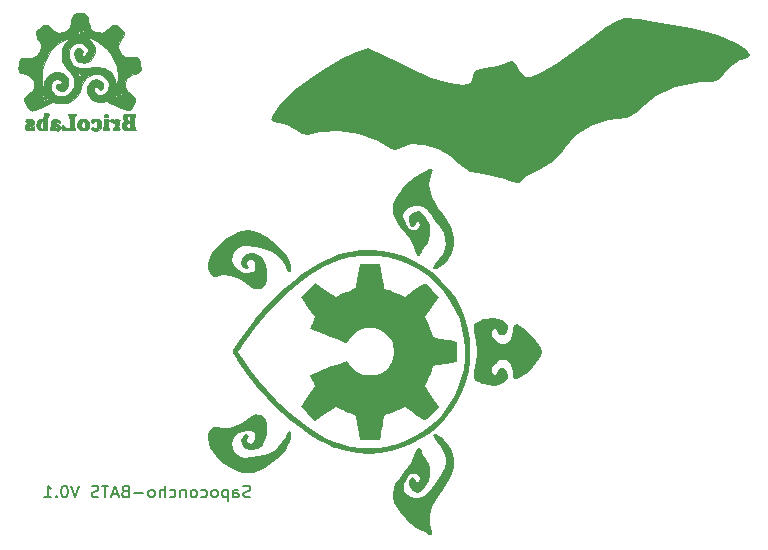
<source format=gbr>
%TF.GenerationSoftware,KiCad,Pcbnew,6.0.10-86aedd382b~118~ubuntu20.04.1*%
%TF.CreationDate,2023-01-05T13:57:26+01:00*%
%TF.ProjectId,BATConcho,42415443-6f6e-4636-986f-2e6b69636164,rev?*%
%TF.SameCoordinates,Original*%
%TF.FileFunction,Legend,Bot*%
%TF.FilePolarity,Positive*%
%FSLAX46Y46*%
G04 Gerber Fmt 4.6, Leading zero omitted, Abs format (unit mm)*
G04 Created by KiCad (PCBNEW 6.0.10-86aedd382b~118~ubuntu20.04.1) date 2023-01-05 13:57:26*
%MOMM*%
%LPD*%
G01*
G04 APERTURE LIST*
%ADD10C,0.150000*%
%ADD11C,0.300000*%
%ADD12C,0.010000*%
G04 APERTURE END LIST*
D10*
X120144285Y-89990761D02*
X120001428Y-90038380D01*
X119763333Y-90038380D01*
X119668095Y-89990761D01*
X119620476Y-89943142D01*
X119572857Y-89847904D01*
X119572857Y-89752666D01*
X119620476Y-89657428D01*
X119668095Y-89609809D01*
X119763333Y-89562190D01*
X119953809Y-89514571D01*
X120049047Y-89466952D01*
X120096666Y-89419333D01*
X120144285Y-89324095D01*
X120144285Y-89228857D01*
X120096666Y-89133619D01*
X120049047Y-89086000D01*
X119953809Y-89038380D01*
X119715714Y-89038380D01*
X119572857Y-89086000D01*
X118715714Y-90038380D02*
X118715714Y-89514571D01*
X118763333Y-89419333D01*
X118858571Y-89371714D01*
X119049047Y-89371714D01*
X119144285Y-89419333D01*
X118715714Y-89990761D02*
X118810952Y-90038380D01*
X119049047Y-90038380D01*
X119144285Y-89990761D01*
X119191904Y-89895523D01*
X119191904Y-89800285D01*
X119144285Y-89705047D01*
X119049047Y-89657428D01*
X118810952Y-89657428D01*
X118715714Y-89609809D01*
X118239523Y-89371714D02*
X118239523Y-90371714D01*
X118239523Y-89419333D02*
X118144285Y-89371714D01*
X117953809Y-89371714D01*
X117858571Y-89419333D01*
X117810952Y-89466952D01*
X117763333Y-89562190D01*
X117763333Y-89847904D01*
X117810952Y-89943142D01*
X117858571Y-89990761D01*
X117953809Y-90038380D01*
X118144285Y-90038380D01*
X118239523Y-89990761D01*
X117191904Y-90038380D02*
X117287142Y-89990761D01*
X117334761Y-89943142D01*
X117382380Y-89847904D01*
X117382380Y-89562190D01*
X117334761Y-89466952D01*
X117287142Y-89419333D01*
X117191904Y-89371714D01*
X117049047Y-89371714D01*
X116953809Y-89419333D01*
X116906190Y-89466952D01*
X116858571Y-89562190D01*
X116858571Y-89847904D01*
X116906190Y-89943142D01*
X116953809Y-89990761D01*
X117049047Y-90038380D01*
X117191904Y-90038380D01*
X116001428Y-89990761D02*
X116096666Y-90038380D01*
X116287142Y-90038380D01*
X116382380Y-89990761D01*
X116430000Y-89943142D01*
X116477619Y-89847904D01*
X116477619Y-89562190D01*
X116430000Y-89466952D01*
X116382380Y-89419333D01*
X116287142Y-89371714D01*
X116096666Y-89371714D01*
X116001428Y-89419333D01*
X115430000Y-90038380D02*
X115525238Y-89990761D01*
X115572857Y-89943142D01*
X115620476Y-89847904D01*
X115620476Y-89562190D01*
X115572857Y-89466952D01*
X115525238Y-89419333D01*
X115430000Y-89371714D01*
X115287142Y-89371714D01*
X115191904Y-89419333D01*
X115144285Y-89466952D01*
X115096666Y-89562190D01*
X115096666Y-89847904D01*
X115144285Y-89943142D01*
X115191904Y-89990761D01*
X115287142Y-90038380D01*
X115430000Y-90038380D01*
X114668095Y-89371714D02*
X114668095Y-90038380D01*
X114668095Y-89466952D02*
X114620476Y-89419333D01*
X114525238Y-89371714D01*
X114382380Y-89371714D01*
X114287142Y-89419333D01*
X114239523Y-89514571D01*
X114239523Y-90038380D01*
X113334761Y-89990761D02*
X113430000Y-90038380D01*
X113620476Y-90038380D01*
X113715714Y-89990761D01*
X113763333Y-89943142D01*
X113810952Y-89847904D01*
X113810952Y-89562190D01*
X113763333Y-89466952D01*
X113715714Y-89419333D01*
X113620476Y-89371714D01*
X113430000Y-89371714D01*
X113334761Y-89419333D01*
X112906190Y-90038380D02*
X112906190Y-89038380D01*
X112477619Y-90038380D02*
X112477619Y-89514571D01*
X112525238Y-89419333D01*
X112620476Y-89371714D01*
X112763333Y-89371714D01*
X112858571Y-89419333D01*
X112906190Y-89466952D01*
X111858571Y-90038380D02*
X111953809Y-89990761D01*
X112001428Y-89943142D01*
X112049047Y-89847904D01*
X112049047Y-89562190D01*
X112001428Y-89466952D01*
X111953809Y-89419333D01*
X111858571Y-89371714D01*
X111715714Y-89371714D01*
X111620476Y-89419333D01*
X111572857Y-89466952D01*
X111525238Y-89562190D01*
X111525238Y-89847904D01*
X111572857Y-89943142D01*
X111620476Y-89990761D01*
X111715714Y-90038380D01*
X111858571Y-90038380D01*
X111096666Y-89657428D02*
X110334761Y-89657428D01*
X109525238Y-89514571D02*
X109382380Y-89562190D01*
X109334761Y-89609809D01*
X109287142Y-89705047D01*
X109287142Y-89847904D01*
X109334761Y-89943142D01*
X109382380Y-89990761D01*
X109477619Y-90038380D01*
X109858571Y-90038380D01*
X109858571Y-89038380D01*
X109525238Y-89038380D01*
X109430000Y-89086000D01*
X109382380Y-89133619D01*
X109334761Y-89228857D01*
X109334761Y-89324095D01*
X109382380Y-89419333D01*
X109430000Y-89466952D01*
X109525238Y-89514571D01*
X109858571Y-89514571D01*
X108906190Y-89752666D02*
X108430000Y-89752666D01*
X109001428Y-90038380D02*
X108668095Y-89038380D01*
X108334761Y-90038380D01*
X108144285Y-89038380D02*
X107572857Y-89038380D01*
X107858571Y-90038380D02*
X107858571Y-89038380D01*
X107287142Y-89990761D02*
X107144285Y-90038380D01*
X106906190Y-90038380D01*
X106810952Y-89990761D01*
X106763333Y-89943142D01*
X106715714Y-89847904D01*
X106715714Y-89752666D01*
X106763333Y-89657428D01*
X106810952Y-89609809D01*
X106906190Y-89562190D01*
X107096666Y-89514571D01*
X107191904Y-89466952D01*
X107239523Y-89419333D01*
X107287142Y-89324095D01*
X107287142Y-89228857D01*
X107239523Y-89133619D01*
X107191904Y-89086000D01*
X107096666Y-89038380D01*
X106858571Y-89038380D01*
X106715714Y-89086000D01*
X105668095Y-89038380D02*
X105334761Y-90038380D01*
X105001428Y-89038380D01*
X104477619Y-89038380D02*
X104382380Y-89038380D01*
X104287142Y-89086000D01*
X104239523Y-89133619D01*
X104191904Y-89228857D01*
X104144285Y-89419333D01*
X104144285Y-89657428D01*
X104191904Y-89847904D01*
X104239523Y-89943142D01*
X104287142Y-89990761D01*
X104382380Y-90038380D01*
X104477619Y-90038380D01*
X104572857Y-89990761D01*
X104620476Y-89943142D01*
X104668095Y-89847904D01*
X104715714Y-89657428D01*
X104715714Y-89419333D01*
X104668095Y-89228857D01*
X104620476Y-89133619D01*
X104572857Y-89086000D01*
X104477619Y-89038380D01*
X103715714Y-89943142D02*
X103668095Y-89990761D01*
X103715714Y-90038380D01*
X103763333Y-89990761D01*
X103715714Y-89943142D01*
X103715714Y-90038380D01*
X102715714Y-90038380D02*
X103287142Y-90038380D01*
X103001428Y-90038380D02*
X103001428Y-89038380D01*
X103096666Y-89181238D01*
X103191904Y-89276476D01*
X103287142Y-89324095D01*
D11*
%TO.C,G\u002A\u002A\u002A*%
X143506571Y-55550000D02*
X143651714Y-55477428D01*
X143869428Y-55477428D01*
X144087142Y-55550000D01*
X144232285Y-55695142D01*
X144304857Y-55840285D01*
X144377428Y-56130571D01*
X144377428Y-56348285D01*
X144304857Y-56638571D01*
X144232285Y-56783714D01*
X144087142Y-56928857D01*
X143869428Y-57001428D01*
X143724285Y-57001428D01*
X143506571Y-56928857D01*
X143434000Y-56856285D01*
X143434000Y-56348285D01*
X143724285Y-56348285D01*
X142563142Y-55477428D02*
X142563142Y-55840285D01*
X142926000Y-55695142D02*
X142563142Y-55840285D01*
X142200285Y-55695142D01*
X142780857Y-56130571D02*
X142563142Y-55840285D01*
X142345428Y-56130571D01*
X141402000Y-55477428D02*
X141402000Y-55840285D01*
X141764857Y-55695142D02*
X141402000Y-55840285D01*
X141039142Y-55695142D01*
X141619714Y-56130571D02*
X141402000Y-55840285D01*
X141184285Y-56130571D01*
X140240857Y-55477428D02*
X140240857Y-55840285D01*
X140603714Y-55695142D02*
X140240857Y-55840285D01*
X139878000Y-55695142D01*
X140458571Y-56130571D02*
X140240857Y-55840285D01*
X140023142Y-56130571D01*
%TO.C, G \u002A\u002A\u002A*%
G36*
X135926661Y-84703692D02*
G01*
X136123154Y-84799309D01*
X136346308Y-84954639D01*
X136579575Y-85160798D01*
X136878553Y-85508721D01*
X137135841Y-85937299D01*
X137312963Y-86396421D01*
X137402239Y-86865732D01*
X137395989Y-87324871D01*
X137379618Y-87441269D01*
X137300649Y-87815030D01*
X137177703Y-88176539D01*
X137001370Y-88546397D01*
X136762236Y-88945206D01*
X136450891Y-89393565D01*
X136393189Y-89472964D01*
X136038103Y-89985297D01*
X135758917Y-90439765D01*
X135551933Y-90848596D01*
X135413457Y-91224015D01*
X135339792Y-91578250D01*
X135327243Y-91923526D01*
X135372113Y-92272071D01*
X135470707Y-92636110D01*
X135491189Y-92700041D01*
X135546854Y-92900133D01*
X135578593Y-93058518D01*
X135580023Y-93145460D01*
X135542737Y-93194647D01*
X135431023Y-93225023D01*
X135283978Y-93192776D01*
X135132006Y-93100928D01*
X135091374Y-93070448D01*
X134941723Y-92976868D01*
X134739579Y-92865159D01*
X134516820Y-92753331D01*
X134215972Y-92586944D01*
X133773631Y-92263271D01*
X133330409Y-91848673D01*
X132896630Y-91352078D01*
X132845057Y-91286730D01*
X132624588Y-90987006D01*
X132466891Y-90726491D01*
X132357279Y-90478049D01*
X132281069Y-90214543D01*
X132276456Y-90193850D01*
X132238142Y-89777695D01*
X132291541Y-89345173D01*
X132430738Y-88923159D01*
X132649822Y-88538529D01*
X132665756Y-88516685D01*
X132793516Y-88351349D01*
X132956699Y-88151074D01*
X133124039Y-87954373D01*
X133169543Y-87901887D01*
X133503407Y-87484705D01*
X133762026Y-87090741D01*
X133961458Y-86692668D01*
X134117759Y-86263155D01*
X134121262Y-86251902D01*
X134190882Y-86060919D01*
X134263439Y-85910706D01*
X134323775Y-85832922D01*
X134367176Y-85811858D01*
X134484525Y-85820750D01*
X134583586Y-85924950D01*
X134653759Y-86115383D01*
X134687651Y-86217210D01*
X134792667Y-86418505D01*
X134937101Y-86621855D01*
X135153204Y-86925077D01*
X135294893Y-87236091D01*
X135364585Y-87577461D01*
X135372562Y-87981280D01*
X135366943Y-88096036D01*
X135347920Y-88313532D01*
X135312120Y-88484045D01*
X135248441Y-88650367D01*
X135145777Y-88855294D01*
X134965182Y-89157814D01*
X134749167Y-89417040D01*
X134528638Y-89571459D01*
X134301919Y-89622594D01*
X134119384Y-89598542D01*
X133932014Y-89516026D01*
X133803463Y-89392683D01*
X133679431Y-89177540D01*
X133615687Y-88933850D01*
X133619640Y-88694164D01*
X133698699Y-88491029D01*
X133719471Y-88461346D01*
X133846376Y-88318890D01*
X133954088Y-88280725D01*
X134051068Y-88347388D01*
X134145780Y-88519416D01*
X134211285Y-88646849D01*
X134306009Y-88745497D01*
X134396084Y-88740765D01*
X134476645Y-88631011D01*
X134511627Y-88512869D01*
X134493311Y-88323602D01*
X134392791Y-88162386D01*
X134225870Y-88050240D01*
X134008356Y-88008187D01*
X133940053Y-88010737D01*
X133762484Y-88052595D01*
X133609969Y-88156798D01*
X133466130Y-88337531D01*
X133314586Y-88608978D01*
X133206795Y-88856312D01*
X133128392Y-89175848D01*
X133144925Y-89445474D01*
X133256803Y-89666415D01*
X133464436Y-89839897D01*
X133768232Y-89967143D01*
X133844854Y-89988930D01*
X134124422Y-90043326D01*
X134376368Y-90039137D01*
X134650882Y-89976918D01*
X134684112Y-89966582D01*
X134882157Y-89886110D01*
X135061026Y-89771620D01*
X135237780Y-89607667D01*
X135429479Y-89378809D01*
X135653184Y-89069601D01*
X135789849Y-88872616D01*
X135978926Y-88601245D01*
X136157674Y-88345839D01*
X136300717Y-88142721D01*
X136421642Y-87956197D01*
X136617206Y-87529970D01*
X136705947Y-87098384D01*
X136688152Y-86664069D01*
X136564108Y-86229656D01*
X136334102Y-85797776D01*
X135998421Y-85371060D01*
X135996631Y-85369108D01*
X135789866Y-85121351D01*
X135674082Y-84927749D01*
X135648441Y-84786326D01*
X135712109Y-84695108D01*
X135773379Y-84676672D01*
X135926661Y-84703692D01*
G37*
G36*
X120465010Y-67478257D02*
G01*
X120947912Y-67640348D01*
X121217208Y-67777448D01*
X121589979Y-68007764D01*
X121970755Y-68282140D01*
X122342118Y-68585285D01*
X122686652Y-68901913D01*
X122986942Y-69216735D01*
X123225570Y-69514461D01*
X123385121Y-69779804D01*
X123409799Y-69834084D01*
X123514265Y-70105399D01*
X123590148Y-70372747D01*
X123633009Y-70612833D01*
X123638412Y-70802365D01*
X123601921Y-70918046D01*
X123596447Y-70924544D01*
X123524321Y-70985407D01*
X123453907Y-70983236D01*
X123375025Y-70908711D01*
X123277497Y-70752515D01*
X123151144Y-70505327D01*
X123053032Y-70317920D01*
X122745171Y-69865398D01*
X122381043Y-69502291D01*
X121963012Y-69231133D01*
X121537230Y-69054061D01*
X121037972Y-68911929D01*
X120510524Y-68817182D01*
X119992814Y-68778533D01*
X119946641Y-68777852D01*
X119701804Y-68776926D01*
X119531069Y-68785623D01*
X119405446Y-68808925D01*
X119295948Y-68851810D01*
X119173587Y-68919257D01*
X118949909Y-69090504D01*
X118760106Y-69342306D01*
X118653877Y-69628352D01*
X118632172Y-69929492D01*
X118695940Y-70226578D01*
X118846131Y-70500459D01*
X119083694Y-70731984D01*
X119160017Y-70784921D01*
X119423812Y-70923541D01*
X119700956Y-70989022D01*
X120032234Y-70992571D01*
X120117668Y-70986312D01*
X120293795Y-70961715D01*
X120405465Y-70918409D01*
X120484326Y-70846145D01*
X120518469Y-70795131D01*
X120575283Y-70614595D01*
X120576846Y-70407667D01*
X120529395Y-70206763D01*
X120439168Y-70044299D01*
X120312402Y-69952692D01*
X120210352Y-69931592D01*
X120045371Y-69957506D01*
X119938554Y-70056491D01*
X119904854Y-70209684D01*
X119959222Y-70398225D01*
X119966499Y-70412801D01*
X120005591Y-70565036D01*
X119969387Y-70669232D01*
X119879657Y-70720301D01*
X119758173Y-70713157D01*
X119626705Y-70642713D01*
X119507024Y-70503882D01*
X119463722Y-70422947D01*
X119398388Y-70165181D01*
X119435954Y-69910955D01*
X119574918Y-69678527D01*
X119618650Y-69631101D01*
X119872403Y-69436452D01*
X120154317Y-69345280D01*
X120461600Y-69358051D01*
X120791463Y-69475232D01*
X121009165Y-69610891D01*
X121189182Y-69796705D01*
X121333692Y-70047375D01*
X121458355Y-70384246D01*
X121472971Y-70433712D01*
X121540359Y-70752403D01*
X121574675Y-71092748D01*
X121575574Y-71423844D01*
X121542709Y-71714787D01*
X121475733Y-71934672D01*
X121450561Y-71982899D01*
X121266113Y-72208314D01*
X121019956Y-72351879D01*
X120730174Y-72402255D01*
X120633098Y-72400121D01*
X120472802Y-72378014D01*
X120328776Y-72320236D01*
X120171034Y-72212532D01*
X119969586Y-72040643D01*
X119885872Y-71972152D01*
X119645075Y-71809815D01*
X119350105Y-71642103D01*
X119034512Y-71486141D01*
X118731846Y-71359059D01*
X118475658Y-71277984D01*
X118357246Y-71253822D01*
X118032205Y-71221814D01*
X117727703Y-71237171D01*
X117482183Y-71299077D01*
X117459955Y-71308037D01*
X117296595Y-71359000D01*
X117161879Y-71379797D01*
X117033417Y-71344512D01*
X116874466Y-71230901D01*
X116729791Y-71063700D01*
X116626273Y-70868568D01*
X116568366Y-70639160D01*
X116564101Y-70278088D01*
X116649777Y-69894928D01*
X116820596Y-69502872D01*
X117071762Y-69115114D01*
X117398477Y-68744846D01*
X117525054Y-68625064D01*
X117833689Y-68361822D01*
X118169370Y-68107233D01*
X118506955Y-67878783D01*
X118821302Y-67693960D01*
X119087268Y-67570249D01*
X119470854Y-67462152D01*
X119967663Y-67418670D01*
X120465010Y-67478257D01*
G37*
G36*
X128362401Y-86134747D02*
G01*
X127441525Y-85884888D01*
X127282449Y-85829764D01*
X126618986Y-85550578D01*
X125915347Y-85180078D01*
X125177722Y-84722308D01*
X124412298Y-84181315D01*
X123625266Y-83561142D01*
X122822815Y-82865837D01*
X122570169Y-82633173D01*
X121593060Y-81656531D01*
X120667728Y-80608610D01*
X119812749Y-79511441D01*
X119046697Y-78387055D01*
X119001479Y-78315283D01*
X118862555Y-78090581D01*
X118750249Y-77902597D01*
X118675104Y-77769258D01*
X118649442Y-77712428D01*
X119141411Y-77712428D01*
X119696367Y-78541769D01*
X120250115Y-79333408D01*
X120887564Y-80156652D01*
X121572061Y-80948615D01*
X122330946Y-81742512D01*
X122689102Y-82095565D01*
X123500328Y-82851652D01*
X124279897Y-83513689D01*
X125034054Y-84085625D01*
X125769046Y-84571407D01*
X126491117Y-84974985D01*
X127206515Y-85300305D01*
X127921485Y-85551316D01*
X128642272Y-85731967D01*
X128923081Y-85774657D01*
X129299572Y-85807659D01*
X129728073Y-85827443D01*
X130182113Y-85834034D01*
X130635216Y-85827458D01*
X131060909Y-85807740D01*
X131432718Y-85774907D01*
X131724170Y-85728983D01*
X131874538Y-85695080D01*
X132645137Y-85479173D01*
X133390120Y-85201958D01*
X134083501Y-84874112D01*
X134699297Y-84506314D01*
X135048525Y-84257425D01*
X135754068Y-83665212D01*
X136376474Y-83015067D01*
X136915010Y-82314332D01*
X137368946Y-81570350D01*
X137737550Y-80790466D01*
X138020090Y-79982023D01*
X138215835Y-79152363D01*
X138324052Y-78308831D01*
X138344011Y-77458769D01*
X138274979Y-76609521D01*
X138116226Y-75768430D01*
X137867019Y-74942840D01*
X137526627Y-74140093D01*
X137094318Y-73367534D01*
X136569361Y-72632505D01*
X135951024Y-71942349D01*
X135789207Y-71784541D01*
X135088356Y-71186868D01*
X134337160Y-70680316D01*
X133529886Y-70261811D01*
X132660801Y-69928280D01*
X131724170Y-69676649D01*
X131480517Y-69635508D01*
X131099579Y-69598084D01*
X130660629Y-69576413D01*
X130190629Y-69570317D01*
X129716538Y-69579612D01*
X129265318Y-69604119D01*
X128863930Y-69643656D01*
X128539335Y-69698043D01*
X128307299Y-69752481D01*
X127676325Y-69932303D01*
X127072387Y-70156445D01*
X126477791Y-70433718D01*
X125874841Y-70772929D01*
X125245840Y-71182888D01*
X124573092Y-71672403D01*
X124129399Y-72020040D01*
X123167000Y-72846583D01*
X122237889Y-73742658D01*
X121360570Y-74688811D01*
X120553547Y-75665586D01*
X119835327Y-76653526D01*
X119808845Y-76692709D01*
X119642383Y-76940377D01*
X119487774Y-77172541D01*
X119361256Y-77364713D01*
X119279067Y-77492405D01*
X119141411Y-77712428D01*
X118649442Y-77712428D01*
X118647665Y-77708492D01*
X118658327Y-77665085D01*
X118723894Y-77529786D01*
X118841979Y-77328386D01*
X119004203Y-77072974D01*
X119202183Y-76775641D01*
X119427540Y-76448479D01*
X119671894Y-76103578D01*
X119926863Y-75753030D01*
X120184067Y-75408924D01*
X120435126Y-75083353D01*
X120671659Y-74788407D01*
X121132144Y-74249099D01*
X121766632Y-73564299D01*
X122434762Y-72902059D01*
X123125524Y-72271163D01*
X123827907Y-71680397D01*
X124530901Y-71138546D01*
X125223497Y-70654396D01*
X125894682Y-70236733D01*
X126533449Y-69894342D01*
X127128785Y-69636008D01*
X127644186Y-69461140D01*
X128564612Y-69234602D01*
X129493438Y-69110872D01*
X130422751Y-69088238D01*
X131344637Y-69164986D01*
X132251182Y-69339404D01*
X133134472Y-69609777D01*
X133986595Y-69974392D01*
X134799635Y-70431537D01*
X135565679Y-70979497D01*
X136276815Y-71616559D01*
X136338514Y-71678839D01*
X136980915Y-72407326D01*
X137528397Y-73185593D01*
X137979533Y-74010189D01*
X138332899Y-74877667D01*
X138587067Y-75784576D01*
X138740614Y-76727467D01*
X138792113Y-77702890D01*
X138764070Y-78446910D01*
X138643229Y-79369666D01*
X138424920Y-80254379D01*
X138106895Y-81109677D01*
X137686905Y-81944189D01*
X137252066Y-82630918D01*
X136671343Y-83371760D01*
X136023291Y-84036542D01*
X135315190Y-84622462D01*
X134554322Y-85126721D01*
X133747969Y-85546517D01*
X132903411Y-85879050D01*
X132027930Y-86121519D01*
X131128807Y-86271124D01*
X130213324Y-86325064D01*
X130182113Y-86323561D01*
X129288761Y-86280539D01*
X128362401Y-86134747D01*
G37*
G36*
X130959969Y-70258910D02*
G01*
X131061357Y-70270142D01*
X131117127Y-70290977D01*
X131143451Y-70323410D01*
X131156497Y-70369433D01*
X131172926Y-70451373D01*
X131204558Y-70620063D01*
X131246121Y-70847744D01*
X131293969Y-71113805D01*
X131344458Y-71397636D01*
X131393942Y-71678626D01*
X131438775Y-71936165D01*
X131475312Y-72149640D01*
X131499907Y-72298443D01*
X131508916Y-72361961D01*
X131518542Y-72380802D01*
X131591333Y-72402255D01*
X131616298Y-72403748D01*
X131768017Y-72436784D01*
X131985118Y-72506256D01*
X132242834Y-72603016D01*
X132516400Y-72717912D01*
X132781047Y-72841795D01*
X133219069Y-73059693D01*
X134032318Y-72487083D01*
X134283245Y-72311436D01*
X134519128Y-72148395D01*
X134712838Y-72016694D01*
X134849181Y-71926658D01*
X134912963Y-71888612D01*
X134936701Y-71894523D01*
X135030285Y-71958483D01*
X135175949Y-72080635D01*
X135359062Y-72248401D01*
X135564995Y-72449202D01*
X136149629Y-73035656D01*
X135544281Y-73907585D01*
X134938932Y-74779515D01*
X135185738Y-75299466D01*
X135248740Y-75436156D01*
X135363553Y-75703833D01*
X135462252Y-75956274D01*
X135528607Y-76153075D01*
X135624670Y-76486734D01*
X136001856Y-76550048D01*
X136160575Y-76577199D01*
X136426698Y-76623794D01*
X136727969Y-76677389D01*
X137024805Y-76730982D01*
X137670568Y-76848600D01*
X137670568Y-78562394D01*
X137024805Y-78677205D01*
X136793586Y-78718120D01*
X136489795Y-78771392D01*
X136212673Y-78819499D01*
X136001856Y-78855532D01*
X135624670Y-78919047D01*
X135528607Y-79252706D01*
X135497763Y-79349653D01*
X135411923Y-79581525D01*
X135302505Y-79847214D01*
X135185738Y-80106315D01*
X134938932Y-80626265D01*
X135544281Y-81498195D01*
X136149629Y-82370125D01*
X135564995Y-82956578D01*
X135451787Y-83068406D01*
X135256367Y-83252922D01*
X135091669Y-83397606D01*
X134972324Y-83489881D01*
X134912963Y-83517169D01*
X134853854Y-83482115D01*
X134720542Y-83394264D01*
X134529174Y-83264280D01*
X134294953Y-83102493D01*
X134033079Y-82919233D01*
X133220592Y-82347160D01*
X132727995Y-82591118D01*
X132619891Y-82642980D01*
X132352921Y-82760187D01*
X132093644Y-82861362D01*
X131885610Y-82929036D01*
X131884858Y-82929238D01*
X131707601Y-82977164D01*
X131578533Y-83012647D01*
X131525550Y-83028018D01*
X131521991Y-83039362D01*
X131502226Y-83132830D01*
X131468997Y-83305210D01*
X131425856Y-83537834D01*
X131376354Y-83812033D01*
X131361712Y-83893956D01*
X131306875Y-84197869D01*
X131254917Y-84481769D01*
X131211110Y-84716996D01*
X131180731Y-84874893D01*
X131124031Y-85158760D01*
X130283048Y-85143961D01*
X129442064Y-85129161D01*
X129266465Y-84138952D01*
X129210518Y-83825621D01*
X129159959Y-83546569D01*
X129118325Y-83321014D01*
X129088847Y-83166458D01*
X129074754Y-83100405D01*
X129056135Y-83083640D01*
X128955276Y-83033090D01*
X128787998Y-82965398D01*
X128577755Y-82890471D01*
X128518121Y-82869946D01*
X128240579Y-82764945D01*
X127961544Y-82646961D01*
X127733338Y-82537845D01*
X127369806Y-82346814D01*
X126501419Y-82951687D01*
X125633033Y-83556560D01*
X125045501Y-82970850D01*
X124932724Y-82856673D01*
X124748143Y-82661164D01*
X124603422Y-82496431D01*
X124511129Y-82377086D01*
X124483832Y-82317743D01*
X124518048Y-82259926D01*
X124605247Y-82127502D01*
X124734660Y-81936913D01*
X124895925Y-81703410D01*
X125078680Y-81442245D01*
X125647665Y-80634143D01*
X125420748Y-80176207D01*
X125381867Y-80096023D01*
X125290694Y-79887441D01*
X125242793Y-79740585D01*
X125243641Y-79671075D01*
X125285226Y-79649787D01*
X125417887Y-79592260D01*
X125629316Y-79504589D01*
X125907590Y-79391531D01*
X126240790Y-79257843D01*
X126616994Y-79108279D01*
X127024281Y-78947596D01*
X127450731Y-78780549D01*
X127884422Y-78611895D01*
X128313434Y-78446389D01*
X128340943Y-78452335D01*
X128412551Y-78525005D01*
X128492845Y-78655021D01*
X128514723Y-78695901D01*
X128740040Y-79011341D01*
X129039461Y-79296777D01*
X129383280Y-79523244D01*
X129407396Y-79535884D01*
X129556009Y-79608728D01*
X129684853Y-79654809D01*
X129825772Y-79680233D01*
X130010608Y-79691108D01*
X130271204Y-79693541D01*
X130474572Y-79692208D01*
X130686348Y-79682727D01*
X130846484Y-79659550D01*
X130987432Y-79617357D01*
X131141646Y-79550826D01*
X131531609Y-79313234D01*
X131862552Y-78991096D01*
X132114322Y-78598542D01*
X132190955Y-78435855D01*
X132244210Y-78291292D01*
X132273775Y-78144314D01*
X132286494Y-77959865D01*
X132289212Y-77702890D01*
X132286939Y-77461484D01*
X132275163Y-77273008D01*
X132247032Y-77124513D01*
X132195700Y-76980941D01*
X132114322Y-76807239D01*
X131869919Y-76423765D01*
X131540861Y-76099738D01*
X131141646Y-75854955D01*
X131027735Y-75804314D01*
X130886299Y-75755853D01*
X130734703Y-75727892D01*
X130540490Y-75715104D01*
X130271204Y-75712166D01*
X130017172Y-75714634D01*
X129827782Y-75725586D01*
X129685224Y-75750554D01*
X129558470Y-75795073D01*
X129416494Y-75864681D01*
X129227464Y-75976922D01*
X128928741Y-76208143D01*
X128676848Y-76469998D01*
X128500775Y-76734937D01*
X128449548Y-76826634D01*
X128371404Y-76929605D01*
X128314881Y-76959637D01*
X128306359Y-76956320D01*
X128216229Y-76921249D01*
X128042540Y-76853664D01*
X127798349Y-76758644D01*
X127496711Y-76641271D01*
X127150684Y-76506625D01*
X126773322Y-76359786D01*
X126664019Y-76317176D01*
X126294870Y-76172073D01*
X125961422Y-76039203D01*
X125676626Y-75923851D01*
X125453431Y-75831298D01*
X125304786Y-75766828D01*
X125243641Y-75735724D01*
X125237722Y-75722986D01*
X125252750Y-75626671D01*
X125315502Y-75457218D01*
X125420748Y-75229574D01*
X125647665Y-74771637D01*
X125078680Y-73963536D01*
X124906388Y-73717414D01*
X124743542Y-73481821D01*
X124611925Y-73288227D01*
X124521901Y-73151882D01*
X124483832Y-73088037D01*
X124489865Y-73064071D01*
X124554083Y-72970268D01*
X124676458Y-72824417D01*
X124844420Y-72641132D01*
X125045403Y-72435029D01*
X125632836Y-71849417D01*
X126506541Y-72455998D01*
X127380245Y-73062578D01*
X127736000Y-72870521D01*
X127785376Y-72844674D01*
X128026953Y-72731357D01*
X128307558Y-72614635D01*
X128576077Y-72516072D01*
X128653899Y-72489458D01*
X128888328Y-72398814D01*
X129028136Y-72322791D01*
X129082108Y-72256887D01*
X129094589Y-72193509D01*
X129123718Y-72036419D01*
X129165073Y-71808718D01*
X129215168Y-71529624D01*
X129270515Y-71218356D01*
X129437214Y-70276619D01*
X130283351Y-70261806D01*
X130555662Y-70257286D01*
X130796794Y-70255289D01*
X130959969Y-70258910D01*
G37*
G36*
X135503863Y-62191149D02*
G01*
X135580023Y-62260320D01*
X135583161Y-62277203D01*
X135571936Y-62388779D01*
X135532324Y-62562847D01*
X135470707Y-62769671D01*
X135453310Y-62823605D01*
X135362238Y-63184655D01*
X135325422Y-63531973D01*
X135346559Y-63877787D01*
X135429344Y-64234323D01*
X135577474Y-64613807D01*
X135794645Y-65028466D01*
X136084552Y-65490527D01*
X136450891Y-66012215D01*
X136551452Y-66151765D01*
X136840369Y-66583258D01*
X137059869Y-66971318D01*
X137219365Y-67336546D01*
X137328268Y-67699543D01*
X137395989Y-68080909D01*
X137404520Y-68163133D01*
X137392483Y-68614439D01*
X137291082Y-69076528D01*
X137109504Y-69525622D01*
X136856936Y-69937946D01*
X136542564Y-70289721D01*
X136428836Y-70388367D01*
X136204566Y-70552802D01*
X135997805Y-70667692D01*
X135827378Y-70723496D01*
X135712109Y-70710672D01*
X135711346Y-70710198D01*
X135648308Y-70618632D01*
X135674583Y-70476847D01*
X135791009Y-70282868D01*
X135998421Y-70034721D01*
X136160231Y-69846386D01*
X136449107Y-69417057D01*
X136632181Y-68983729D01*
X136709166Y-68549035D01*
X136679775Y-68115605D01*
X136543721Y-67686069D01*
X136300717Y-67263060D01*
X136194652Y-67112601D01*
X136021868Y-66866002D01*
X135832919Y-66595087D01*
X135653184Y-66336179D01*
X135497674Y-66120634D01*
X135334422Y-65911600D01*
X135191486Y-65745354D01*
X135088193Y-65645520D01*
X135027353Y-65603173D01*
X134775457Y-65476575D01*
X134490449Y-65386794D01*
X134227715Y-65352678D01*
X134037607Y-65370088D01*
X133757431Y-65443706D01*
X133497406Y-65559924D01*
X133301050Y-65702324D01*
X133253150Y-65754721D01*
X133142784Y-65951917D01*
X133116146Y-66184211D01*
X133173370Y-66462280D01*
X133314586Y-66796802D01*
X133367490Y-66899215D01*
X133514610Y-67138532D01*
X133659542Y-67291911D01*
X133818664Y-67373537D01*
X134008356Y-67397594D01*
X134143902Y-67381985D01*
X134332993Y-67295401D01*
X134462017Y-67151323D01*
X134515170Y-66970772D01*
X134476645Y-66774769D01*
X134422323Y-66687752D01*
X134334679Y-66650613D01*
X134240876Y-66717365D01*
X134145780Y-66886365D01*
X134050846Y-67053532D01*
X133943763Y-67127556D01*
X133831387Y-67094306D01*
X133714682Y-66953632D01*
X133678456Y-66886898D01*
X133608687Y-66637124D01*
X133624073Y-66385792D01*
X133713783Y-66153826D01*
X133866983Y-65962154D01*
X134072839Y-65831699D01*
X134320519Y-65783388D01*
X134503227Y-65821425D01*
X134720232Y-65963243D01*
X134935460Y-66207235D01*
X135145777Y-66550487D01*
X135194037Y-66643374D01*
X135279095Y-66827002D01*
X135329799Y-66989869D01*
X135357253Y-67174771D01*
X135372562Y-67424500D01*
X135365651Y-67817486D01*
X135297921Y-68160236D01*
X135158498Y-68471685D01*
X134937101Y-68783926D01*
X134846674Y-68904318D01*
X134723045Y-69111725D01*
X134653759Y-69290397D01*
X134633163Y-69366242D01*
X134551681Y-69527546D01*
X134445019Y-69599443D01*
X134323775Y-69572859D01*
X134320981Y-69570961D01*
X134259560Y-69488287D01*
X134186767Y-69334956D01*
X134117759Y-69142626D01*
X134024426Y-68871204D01*
X133854241Y-68490053D01*
X133633990Y-68113857D01*
X133350537Y-67721026D01*
X132990747Y-67289967D01*
X132857425Y-67131056D01*
X132580537Y-66738924D01*
X132380465Y-66355212D01*
X132267577Y-65998441D01*
X132255141Y-65934134D01*
X132225808Y-65758725D01*
X132218047Y-65621602D01*
X132231828Y-65474850D01*
X132267120Y-65270552D01*
X132341791Y-64978558D01*
X132463097Y-64693628D01*
X132643510Y-64394006D01*
X132896170Y-64054281D01*
X133195319Y-63701766D01*
X133637020Y-63260681D01*
X134080932Y-62907958D01*
X134516820Y-62652449D01*
X134614190Y-62604954D01*
X134831900Y-62490965D01*
X135015132Y-62384927D01*
X135132006Y-62304852D01*
X135221544Y-62243060D01*
X135374236Y-62186403D01*
X135503863Y-62191149D01*
G37*
G36*
X140811005Y-74833697D02*
G01*
X141172214Y-74902428D01*
X141492112Y-75028324D01*
X141740851Y-75201384D01*
X141768900Y-75228394D01*
X141883298Y-75357080D01*
X141936005Y-75474906D01*
X141948746Y-75626274D01*
X141938633Y-75774559D01*
X141870804Y-76010581D01*
X141753404Y-76184152D01*
X141603214Y-76289896D01*
X141437015Y-76322434D01*
X141271587Y-76276390D01*
X141123711Y-76146385D01*
X141010168Y-75927043D01*
X140999912Y-75898120D01*
X140920867Y-75744282D01*
X140836592Y-75697908D01*
X140746863Y-75758997D01*
X140651451Y-75927552D01*
X140608306Y-76041215D01*
X140582291Y-76253308D01*
X140652109Y-76424514D01*
X140820554Y-76565364D01*
X140823044Y-76566843D01*
X140950183Y-76663250D01*
X141035123Y-76763409D01*
X141119429Y-76859807D01*
X141248093Y-76948943D01*
X141377454Y-77002626D01*
X141622103Y-77031165D01*
X141846840Y-76964706D01*
X142042750Y-76811486D01*
X142200918Y-76579746D01*
X142312428Y-76277724D01*
X142368366Y-75913659D01*
X142384434Y-75718391D01*
X142409868Y-75578189D01*
X142451639Y-75492894D01*
X142518458Y-75434713D01*
X142604558Y-75393920D01*
X142766768Y-75391543D01*
X142981770Y-75487436D01*
X143253481Y-75664843D01*
X143545049Y-75900750D01*
X143840787Y-76178357D01*
X144125008Y-76480866D01*
X144382022Y-76791480D01*
X144596144Y-77093400D01*
X144751684Y-77369829D01*
X144832955Y-77603968D01*
X144833915Y-77609336D01*
X144821826Y-77813621D01*
X144732816Y-78065407D01*
X144577575Y-78350578D01*
X144366797Y-78655022D01*
X144111172Y-78964622D01*
X143821392Y-79265266D01*
X143508149Y-79542840D01*
X143182135Y-79783228D01*
X143095548Y-79839447D01*
X142891410Y-79958375D01*
X142741238Y-80015977D01*
X142623948Y-80018219D01*
X142518458Y-79971068D01*
X142457226Y-79919670D01*
X142413273Y-79838458D01*
X142386556Y-79705207D01*
X142368366Y-79492122D01*
X142365419Y-79451925D01*
X142303113Y-79094595D01*
X142184829Y-78796983D01*
X142018610Y-78570399D01*
X141812496Y-78426155D01*
X141574529Y-78375560D01*
X141537280Y-78376862D01*
X141333731Y-78422555D01*
X141152107Y-78518102D01*
X141035123Y-78642371D01*
X141034231Y-78644013D01*
X140947968Y-78744575D01*
X140820554Y-78840417D01*
X140730992Y-78901827D01*
X140608062Y-79055272D01*
X140582479Y-79243895D01*
X140651451Y-79478229D01*
X140664637Y-79507185D01*
X140759271Y-79661269D01*
X140848252Y-79707889D01*
X140931809Y-79647045D01*
X141010168Y-79478738D01*
X141088758Y-79312185D01*
X141228955Y-79156007D01*
X141393099Y-79079570D01*
X141562230Y-79090448D01*
X141717387Y-79196217D01*
X141862106Y-79399971D01*
X141947654Y-79650385D01*
X141942479Y-79894662D01*
X141847495Y-80114183D01*
X141663617Y-80290330D01*
X141553658Y-80356724D01*
X141180107Y-80511327D01*
X140774662Y-80573192D01*
X140328744Y-80542932D01*
X139833777Y-80421159D01*
X139799615Y-80410100D01*
X139494132Y-80295862D01*
X139281427Y-80180319D01*
X139148246Y-80054453D01*
X139081335Y-79909246D01*
X139060257Y-79801170D01*
X139054875Y-79685475D01*
X139070428Y-79545024D01*
X139109939Y-79353615D01*
X139176431Y-79085048D01*
X139300120Y-78520388D01*
X139366547Y-77975322D01*
X139367521Y-77447285D01*
X139303000Y-76902155D01*
X139172940Y-76305809D01*
X139119545Y-76081166D01*
X139073106Y-75795151D01*
X139073600Y-75576451D01*
X139121839Y-75406603D01*
X139218635Y-75267143D01*
X139259340Y-75232440D01*
X139415728Y-75145070D01*
X139637616Y-75053419D01*
X139896693Y-74966479D01*
X140164652Y-74893245D01*
X140413182Y-74842709D01*
X140613974Y-74823865D01*
X140811005Y-74833697D01*
G37*
G36*
X120825211Y-83016631D02*
G01*
X121068048Y-83078913D01*
X121305918Y-83235187D01*
X121476790Y-83473335D01*
X121491960Y-83507778D01*
X121551748Y-83741582D01*
X121577914Y-84040741D01*
X121570825Y-84374374D01*
X121530849Y-84711598D01*
X121458355Y-85021534D01*
X121340502Y-85343256D01*
X121197405Y-85597867D01*
X121019612Y-85786516D01*
X120791463Y-85930549D01*
X120728724Y-85960182D01*
X120402837Y-86057968D01*
X120100047Y-86051432D01*
X119823144Y-85941038D01*
X119574918Y-85727254D01*
X119521233Y-85658720D01*
X119413689Y-85417321D01*
X119407207Y-85160100D01*
X119503573Y-84907573D01*
X119513361Y-84892074D01*
X119632917Y-84763194D01*
X119764138Y-84698863D01*
X119884920Y-84694684D01*
X119973161Y-84746260D01*
X120006756Y-84849193D01*
X119963601Y-84999087D01*
X119893883Y-85187704D01*
X119908575Y-85337004D01*
X120015752Y-85433120D01*
X120199979Y-85468628D01*
X120374569Y-85410501D01*
X120503064Y-85265588D01*
X120508666Y-85254365D01*
X120567865Y-85057296D01*
X120583636Y-84835098D01*
X120551335Y-84647250D01*
X120519663Y-84593651D01*
X120382851Y-84493306D01*
X120173138Y-84426773D01*
X119913037Y-84402678D01*
X119852011Y-84403832D01*
X119502930Y-84459006D01*
X119205813Y-84586684D01*
X118965167Y-84772699D01*
X118785496Y-85002882D01*
X118671306Y-85263069D01*
X118627101Y-85539090D01*
X118657389Y-85816780D01*
X118766673Y-86081972D01*
X118959460Y-86320499D01*
X119240255Y-86518194D01*
X119256801Y-86526928D01*
X119395914Y-86596140D01*
X119512571Y-86637300D01*
X119639212Y-86655352D01*
X119808279Y-86655238D01*
X120052213Y-86641899D01*
X120340055Y-86614322D01*
X120780931Y-86542566D01*
X121221458Y-86440705D01*
X121625904Y-86317374D01*
X121958537Y-86181209D01*
X122150756Y-86074204D01*
X122534472Y-85772599D01*
X122869603Y-85380079D01*
X123150489Y-84902715D01*
X123162220Y-84878670D01*
X123285863Y-84638696D01*
X123381505Y-84488945D01*
X123459297Y-84420087D01*
X123529386Y-84422793D01*
X123601921Y-84487734D01*
X123613086Y-84504395D01*
X123640580Y-84637202D01*
X123627094Y-84839058D01*
X123577064Y-85086669D01*
X123494928Y-85356740D01*
X123385121Y-85625977D01*
X123383528Y-85629375D01*
X123278760Y-85825131D01*
X123146014Y-86015252D01*
X122966448Y-86223833D01*
X122721219Y-86474971D01*
X122701939Y-86493880D01*
X122402176Y-86766599D01*
X122064704Y-87040859D01*
X121711989Y-87300839D01*
X121366497Y-87530720D01*
X121050696Y-87714683D01*
X120787050Y-87836909D01*
X120459745Y-87934669D01*
X119976426Y-87989984D01*
X119486367Y-87940786D01*
X118988236Y-87786620D01*
X118480701Y-87527029D01*
X117962430Y-87161559D01*
X117432092Y-86689755D01*
X117248772Y-86501601D01*
X116973958Y-86165072D01*
X116771840Y-85824468D01*
X116624310Y-85452043D01*
X116621515Y-85443151D01*
X116555934Y-85092090D01*
X116573974Y-84753318D01*
X116671627Y-84449526D01*
X116844886Y-84203403D01*
X116923350Y-84132183D01*
X117084325Y-84044071D01*
X117262886Y-84038102D01*
X117489664Y-84109830D01*
X117742544Y-84174919D01*
X118084056Y-84180879D01*
X118465342Y-84119973D01*
X118867926Y-83997952D01*
X119273333Y-83820566D01*
X119663090Y-83593564D01*
X120018720Y-83322697D01*
X120075261Y-83273898D01*
X120272587Y-83122271D01*
X120441384Y-83037189D01*
X120614607Y-83006144D01*
X120825211Y-83016631D01*
G37*
%TO.C,G\u002A\u002A\u002A*%
G36*
X104079396Y-58838700D02*
G01*
X103965237Y-58936530D01*
X103869976Y-58970365D01*
X103794391Y-58969352D01*
X103757125Y-58959010D01*
X103637900Y-58948288D01*
X103476864Y-58946745D01*
X103336184Y-58943786D01*
X103203505Y-58913490D01*
X103165513Y-58851204D01*
X103220824Y-58755898D01*
X103224931Y-58751163D01*
X103282012Y-58617463D01*
X103282039Y-58617179D01*
X103606800Y-58617179D01*
X103616491Y-58660251D01*
X103678478Y-58746646D01*
X103706072Y-58765164D01*
X103771950Y-58766268D01*
X103795491Y-58708015D01*
X103757354Y-58621174D01*
X103702478Y-58569242D01*
X103634437Y-58553537D01*
X103606800Y-58617179D01*
X103282039Y-58617179D01*
X103302000Y-58407128D01*
X103310956Y-58257398D01*
X103363732Y-58099420D01*
X103473176Y-58014021D01*
X103649926Y-57988400D01*
X103721909Y-57992554D01*
X103895258Y-58040562D01*
X104017639Y-58129985D01*
X104064000Y-58245280D01*
X104037659Y-58323759D01*
X103956175Y-58335919D01*
X103832410Y-58269415D01*
X103728707Y-58208921D01*
X103640417Y-58201557D01*
X103606800Y-58263860D01*
X103608121Y-58273249D01*
X103664544Y-58336859D01*
X103778458Y-58392772D01*
X103938137Y-58469521D01*
X104059334Y-58586238D01*
X104105698Y-58708015D01*
X104108591Y-58715616D01*
X104079396Y-58838700D01*
G37*
D12*
X104079396Y-58838700D02*
X103965237Y-58936530D01*
X103869976Y-58970365D01*
X103794391Y-58969352D01*
X103757125Y-58959010D01*
X103637900Y-58948288D01*
X103476864Y-58946745D01*
X103336184Y-58943786D01*
X103203505Y-58913490D01*
X103165513Y-58851204D01*
X103220824Y-58755898D01*
X103224931Y-58751163D01*
X103282012Y-58617463D01*
X103282039Y-58617179D01*
X103606800Y-58617179D01*
X103616491Y-58660251D01*
X103678478Y-58746646D01*
X103706072Y-58765164D01*
X103771950Y-58766268D01*
X103795491Y-58708015D01*
X103757354Y-58621174D01*
X103702478Y-58569242D01*
X103634437Y-58553537D01*
X103606800Y-58617179D01*
X103282039Y-58617179D01*
X103302000Y-58407128D01*
X103310956Y-58257398D01*
X103363732Y-58099420D01*
X103473176Y-58014021D01*
X103649926Y-57988400D01*
X103721909Y-57992554D01*
X103895258Y-58040562D01*
X104017639Y-58129985D01*
X104064000Y-58245280D01*
X104037659Y-58323759D01*
X103956175Y-58335919D01*
X103832410Y-58269415D01*
X103728707Y-58208921D01*
X103640417Y-58201557D01*
X103606800Y-58263860D01*
X103608121Y-58273249D01*
X103664544Y-58336859D01*
X103778458Y-58392772D01*
X103938137Y-58469521D01*
X104059334Y-58586238D01*
X104105698Y-58708015D01*
X104108591Y-58715616D01*
X104079396Y-58838700D01*
G36*
X102938721Y-58717360D02*
G01*
X102927239Y-58857202D01*
X102912534Y-58919733D01*
X102865448Y-58934780D01*
X102740956Y-58948364D01*
X102572908Y-58953600D01*
X102515194Y-58952773D01*
X102286303Y-58922484D01*
X102137249Y-58841198D01*
X102056369Y-58698814D01*
X102039550Y-58551404D01*
X102346565Y-58551404D01*
X102386344Y-58697252D01*
X102422774Y-58753570D01*
X102502017Y-58806253D01*
X102572291Y-58771711D01*
X102622319Y-58659592D01*
X102640823Y-58479545D01*
X102639631Y-58434921D01*
X102610482Y-58277404D01*
X102546360Y-58204063D01*
X102452547Y-58222123D01*
X102410286Y-58262598D01*
X102356564Y-58392035D01*
X102346565Y-58551404D01*
X102039550Y-58551404D01*
X102032000Y-58485235D01*
X102052680Y-58303188D01*
X102136603Y-58124155D01*
X102276809Y-58019129D01*
X102464418Y-57998113D01*
X102637017Y-58018263D01*
X102652009Y-57762031D01*
X102660365Y-57647171D01*
X102681543Y-57549797D01*
X102728870Y-57507413D01*
X102819400Y-57492565D01*
X102926456Y-57489286D01*
X103043371Y-57521097D01*
X103076390Y-57605935D01*
X103030636Y-57750041D01*
X103029943Y-57751508D01*
X102981866Y-57902036D01*
X102954851Y-58113947D01*
X102946400Y-58406710D01*
X102945767Y-58479545D01*
X102945377Y-58524481D01*
X102938721Y-58717360D01*
G37*
X102938721Y-58717360D02*
X102927239Y-58857202D01*
X102912534Y-58919733D01*
X102865448Y-58934780D01*
X102740956Y-58948364D01*
X102572908Y-58953600D01*
X102515194Y-58952773D01*
X102286303Y-58922484D01*
X102137249Y-58841198D01*
X102056369Y-58698814D01*
X102039550Y-58551404D01*
X102346565Y-58551404D01*
X102386344Y-58697252D01*
X102422774Y-58753570D01*
X102502017Y-58806253D01*
X102572291Y-58771711D01*
X102622319Y-58659592D01*
X102640823Y-58479545D01*
X102639631Y-58434921D01*
X102610482Y-58277404D01*
X102546360Y-58204063D01*
X102452547Y-58222123D01*
X102410286Y-58262598D01*
X102356564Y-58392035D01*
X102346565Y-58551404D01*
X102039550Y-58551404D01*
X102032000Y-58485235D01*
X102052680Y-58303188D01*
X102136603Y-58124155D01*
X102276809Y-58019129D01*
X102464418Y-57998113D01*
X102637017Y-58018263D01*
X102652009Y-57762031D01*
X102660365Y-57647171D01*
X102681543Y-57549797D01*
X102728870Y-57507413D01*
X102819400Y-57492565D01*
X102926456Y-57489286D01*
X103043371Y-57521097D01*
X103076390Y-57605935D01*
X103030636Y-57750041D01*
X103029943Y-57751508D01*
X102981866Y-57902036D01*
X102954851Y-58113947D01*
X102946400Y-58406710D01*
X102945767Y-58479545D01*
X102945377Y-58524481D01*
X102938721Y-58717360D01*
G36*
X106023591Y-50912894D02*
G01*
X106031712Y-50927966D01*
X106064839Y-50955096D01*
X106108153Y-50990570D01*
X106233490Y-51055169D01*
X106472256Y-51196842D01*
X106693220Y-51403611D01*
X106855584Y-51638400D01*
X106897884Y-51730490D01*
X106980015Y-52037317D01*
X106979973Y-52337393D01*
X106905547Y-52615976D01*
X106764527Y-52858318D01*
X106564703Y-53049676D01*
X106313864Y-53175304D01*
X106019800Y-53220457D01*
X105862562Y-53208344D01*
X105606951Y-53126947D01*
X105407794Y-52978911D01*
X105278480Y-52775981D01*
X105232401Y-52529899D01*
X105238988Y-52444740D01*
X105306902Y-52251854D01*
X105432259Y-52103661D01*
X105594997Y-52019119D01*
X105775051Y-52017182D01*
X105838076Y-52042957D01*
X105930679Y-52126766D01*
X105973984Y-52228508D01*
X105948307Y-52314413D01*
X105934407Y-52329979D01*
X105891857Y-52444491D01*
X105917649Y-52559767D01*
X106004104Y-52632079D01*
X106048703Y-52637011D01*
X106165676Y-52591571D01*
X106279819Y-52487504D01*
X106366381Y-52351212D01*
X106400611Y-52209098D01*
X106377954Y-52068958D01*
X106275707Y-51870886D01*
X106112782Y-51700875D01*
X105913122Y-51581912D01*
X105700669Y-51536989D01*
X105677684Y-51537493D01*
X105463042Y-51577017D01*
X105240119Y-51664841D01*
X105063754Y-51780037D01*
X104951536Y-51905769D01*
X104821936Y-52160002D01*
X104765119Y-52450172D01*
X104784681Y-52751090D01*
X104884221Y-53037563D01*
X104935598Y-53128162D01*
X105156895Y-53397310D01*
X105434078Y-53586548D01*
X105757601Y-53692333D01*
X106117922Y-53711123D01*
X106505495Y-53639374D01*
X106728711Y-53593112D01*
X107034681Y-53572002D01*
X107349338Y-53586462D01*
X107637400Y-53634543D01*
X107863590Y-53714300D01*
X108018318Y-53802203D01*
X108335603Y-54052739D01*
X108566490Y-54355845D01*
X108713262Y-54715065D01*
X108778203Y-55133944D01*
X108788734Y-55304907D01*
X108805828Y-55453632D01*
X108835844Y-55549609D01*
X108888304Y-55620195D01*
X108972729Y-55692744D01*
X109014358Y-55727542D01*
X109117975Y-55853057D01*
X109134044Y-55986230D01*
X109126065Y-56007200D01*
X109068869Y-56157533D01*
X109011193Y-56252735D01*
X108930356Y-56315515D01*
X108814891Y-56319513D01*
X108636235Y-56272308D01*
X108605038Y-56262382D01*
X108485020Y-56230374D01*
X108393547Y-56231760D01*
X108292497Y-56273536D01*
X108143750Y-56362701D01*
X107899037Y-56482965D01*
X107577633Y-56557766D01*
X107260346Y-56549365D01*
X106963088Y-56462880D01*
X106701773Y-56303427D01*
X106492316Y-56076124D01*
X106458645Y-56007200D01*
X108712200Y-56007200D01*
X108725525Y-56049037D01*
X108801100Y-56099129D01*
X108864290Y-56090576D01*
X108890000Y-56007200D01*
X108873107Y-55932942D01*
X108801100Y-55915270D01*
X108754431Y-55935471D01*
X108712200Y-56007200D01*
X106458645Y-56007200D01*
X106350628Y-55786089D01*
X106343781Y-55763677D01*
X106309654Y-55496075D01*
X106353502Y-55235641D01*
X106463670Y-55000875D01*
X106628499Y-54810278D01*
X106836334Y-54682353D01*
X107075516Y-54635600D01*
X107250909Y-54654874D01*
X107456745Y-54736096D01*
X107611021Y-54865997D01*
X107701539Y-55028429D01*
X107716105Y-55207245D01*
X107642520Y-55386296D01*
X107575353Y-55454127D01*
X107444508Y-55501241D01*
X107315433Y-55473544D01*
X107222844Y-55372200D01*
X107188467Y-55313688D01*
X107099110Y-55251358D01*
X107008048Y-55270432D01*
X106937279Y-55361029D01*
X106908800Y-55513267D01*
X106939077Y-55642758D01*
X107057293Y-55807907D01*
X107111146Y-55854869D01*
X107305388Y-55945850D01*
X107521379Y-55955550D01*
X107737607Y-55889351D01*
X107932564Y-55752638D01*
X108084739Y-55550792D01*
X108126199Y-55460592D01*
X108181371Y-55198031D01*
X108151687Y-54938889D01*
X108048835Y-54696097D01*
X107884500Y-54482588D01*
X107670368Y-54311294D01*
X107418125Y-54195148D01*
X107139458Y-54147081D01*
X106846053Y-54180026D01*
X106815354Y-54188418D01*
X106676906Y-54248677D01*
X106483909Y-54332679D01*
X106210364Y-54560172D01*
X105994498Y-54871133D01*
X105836091Y-55265800D01*
X105825425Y-55301386D01*
X105725018Y-55599403D01*
X105620277Y-55828667D01*
X105495583Y-56018226D01*
X105335317Y-56197130D01*
X105227113Y-56298183D01*
X104945134Y-56493195D01*
X104630834Y-56609818D01*
X104257934Y-56659328D01*
X104209201Y-56661242D01*
X103811649Y-56638340D01*
X103477932Y-56541914D01*
X103200224Y-56369822D01*
X103028081Y-56226110D01*
X102778295Y-56305989D01*
X102528510Y-56385867D01*
X102407507Y-56234633D01*
X102349072Y-56153299D01*
X102294973Y-56007200D01*
X102540000Y-56007200D01*
X102553857Y-56066503D01*
X102613202Y-56108800D01*
X102658359Y-56101164D01*
X102724421Y-56041606D01*
X102717800Y-55956400D01*
X102653146Y-55907625D01*
X102576151Y-55925475D01*
X102540000Y-56007200D01*
X102294973Y-56007200D01*
X102294439Y-56005758D01*
X102332515Y-55870813D01*
X102465671Y-55727800D01*
X102469985Y-55724135D01*
X102566557Y-55633518D01*
X102621507Y-55546143D01*
X102649032Y-55427064D01*
X102663333Y-55241336D01*
X102664219Y-55226214D01*
X102727637Y-54877403D01*
X102863686Y-54574702D01*
X103061117Y-54328945D01*
X103308682Y-54150962D01*
X103595132Y-54051586D01*
X103909218Y-54041648D01*
X104185168Y-54100782D01*
X104416499Y-54221659D01*
X104607474Y-54415692D01*
X104652128Y-54477389D01*
X104714028Y-54595078D01*
X104742767Y-54731427D01*
X104749800Y-54927649D01*
X104749771Y-54955940D01*
X104744542Y-55126741D01*
X104720517Y-55237596D01*
X104663689Y-55325364D01*
X104560047Y-55426903D01*
X104453306Y-55515489D01*
X104319523Y-55582850D01*
X104164037Y-55600800D01*
X104131787Y-55599867D01*
X103949894Y-55556228D01*
X103811414Y-55461503D01*
X103729964Y-55335275D01*
X103719160Y-55197126D01*
X103792618Y-55066639D01*
X103859393Y-55022507D01*
X103995496Y-55005104D01*
X104056007Y-55011604D01*
X104154662Y-54980429D01*
X104175670Y-54894638D01*
X104111374Y-54769781D01*
X104015776Y-54680623D01*
X103854591Y-54635600D01*
X103757657Y-54642996D01*
X103550060Y-54718664D01*
X103393815Y-54861201D01*
X103296156Y-55052094D01*
X103264319Y-55272827D01*
X103305538Y-55504886D01*
X103427048Y-55729755D01*
X103433358Y-55737957D01*
X103632762Y-55932391D01*
X103868406Y-56041606D01*
X103872455Y-56043483D01*
X104170954Y-56079950D01*
X104358256Y-56063730D01*
X104644736Y-55965218D01*
X104888970Y-55788849D01*
X105078632Y-55547877D01*
X105201395Y-55255556D01*
X105244934Y-54925139D01*
X105237353Y-54743319D01*
X105197406Y-54531118D01*
X105112480Y-54333732D01*
X105044853Y-54234452D01*
X105565834Y-54234452D01*
X105602130Y-54324609D01*
X105631293Y-54350440D01*
X105689600Y-54381600D01*
X105709645Y-54375370D01*
X105777071Y-54324609D01*
X105813322Y-54248677D01*
X105782486Y-54164899D01*
X105689600Y-54127600D01*
X105607435Y-54155080D01*
X105565834Y-54234452D01*
X105044853Y-54234452D01*
X104970705Y-54125598D01*
X104760212Y-53881153D01*
X104635668Y-53742288D01*
X104445611Y-53505253D01*
X104317358Y-53291981D01*
X104239665Y-53075738D01*
X104201293Y-52829789D01*
X104191000Y-52527400D01*
X104192928Y-52306162D01*
X104203095Y-52131172D01*
X104227382Y-51999918D01*
X104271655Y-51882039D01*
X104341782Y-51747172D01*
X104410988Y-51635549D01*
X104552656Y-51449013D01*
X104693826Y-51302672D01*
X104770590Y-51235192D01*
X104849369Y-51159747D01*
X104869303Y-51130399D01*
X104869066Y-51130404D01*
X104811177Y-51148692D01*
X104686451Y-51195642D01*
X104521515Y-51261241D01*
X104180889Y-51424545D01*
X103721743Y-51734975D01*
X103321055Y-52119112D01*
X102987920Y-52566083D01*
X102731437Y-53065012D01*
X102560702Y-53605026D01*
X102535431Y-53724009D01*
X102509988Y-53879237D01*
X102497332Y-54035758D01*
X102496785Y-54218525D01*
X102507672Y-54452489D01*
X102529315Y-54762600D01*
X102586589Y-55524600D01*
X102410895Y-55704541D01*
X102354315Y-55767190D01*
X102268847Y-55886327D01*
X102235200Y-55972331D01*
X102235545Y-55978725D01*
X102265301Y-56068320D01*
X102329409Y-56193634D01*
X102408489Y-56322743D01*
X102483162Y-56423723D01*
X102534051Y-56464651D01*
X102557653Y-56459994D01*
X102656881Y-56429949D01*
X102798953Y-56381202D01*
X102911005Y-56342702D01*
X103011847Y-56323712D01*
X103091502Y-56346858D01*
X103192653Y-56415904D01*
X103223715Y-56439538D01*
X103315764Y-56519664D01*
X103352800Y-56569479D01*
X103324584Y-56590494D01*
X103216433Y-56645947D01*
X103041553Y-56727115D01*
X102815218Y-56826955D01*
X102552700Y-56938425D01*
X102346096Y-57023859D01*
X102100788Y-57123161D01*
X101898938Y-57202420D01*
X101757245Y-57255108D01*
X101692408Y-57274699D01*
X101560764Y-57241186D01*
X101407839Y-57130394D01*
X101260704Y-56963687D01*
X101135555Y-56763217D01*
X101048588Y-56551135D01*
X101016000Y-56349592D01*
X101016814Y-56312027D01*
X101032855Y-56222594D01*
X101082060Y-56139841D01*
X101180824Y-56041705D01*
X101345542Y-55906124D01*
X101573363Y-55716555D01*
X101742073Y-55546557D01*
X101841021Y-55390966D01*
X101878710Y-55229413D01*
X101863642Y-55041527D01*
X101804318Y-54806937D01*
X101752861Y-54661975D01*
X101665764Y-54515869D01*
X101537490Y-54402004D01*
X101348358Y-54304077D01*
X101078686Y-54205781D01*
X100877887Y-54137696D01*
X100695366Y-54061859D01*
X100584021Y-53982658D01*
X100528995Y-53882307D01*
X100515435Y-53743020D01*
X100528485Y-53547011D01*
X100554824Y-53355676D01*
X100599032Y-53155454D01*
X100649151Y-53010906D01*
X100736600Y-52832200D01*
X101304700Y-52806800D01*
X101582648Y-52789644D01*
X101808457Y-52756912D01*
X101974183Y-52698022D01*
X102101465Y-52601100D01*
X102211945Y-52454270D01*
X102327263Y-52245656D01*
X102384539Y-52130197D01*
X102447240Y-51970358D01*
X102464557Y-51831913D01*
X102433380Y-51688630D01*
X102350599Y-51514273D01*
X102213105Y-51282610D01*
X102201950Y-51264447D01*
X102114992Y-51109460D01*
X104935147Y-51109460D01*
X104939209Y-51122409D01*
X104992925Y-51104058D01*
X105118100Y-51049910D01*
X105139826Y-51040213D01*
X105241752Y-50988166D01*
X105283200Y-50955096D01*
X105273394Y-50948106D01*
X105204644Y-50960729D01*
X105102271Y-50997611D01*
X105004588Y-51043864D01*
X104949909Y-51084602D01*
X104935147Y-51109460D01*
X102114992Y-51109460D01*
X102065753Y-51021699D01*
X101995556Y-50834605D01*
X101992290Y-50738419D01*
X105290630Y-50738419D01*
X105300679Y-50839266D01*
X105302703Y-50843795D01*
X105318606Y-50836157D01*
X105324097Y-50749400D01*
X105323762Y-50733624D01*
X105314967Y-50666150D01*
X105298797Y-50686866D01*
X105290630Y-50738419D01*
X101992290Y-50738419D01*
X101990432Y-50683693D01*
X102049456Y-50549494D01*
X102171700Y-50412536D01*
X102233907Y-50354321D01*
X102447644Y-50168317D01*
X102619765Y-50056676D01*
X102770538Y-50017744D01*
X102920228Y-50049868D01*
X103089103Y-50151392D01*
X103297428Y-50320664D01*
X103323584Y-50343139D01*
X103543887Y-50520320D01*
X103721680Y-50630643D01*
X103880012Y-50681974D01*
X104041930Y-50682182D01*
X104167030Y-50653619D01*
X105569897Y-50653619D01*
X105574861Y-50749400D01*
X105575519Y-50762100D01*
X105583210Y-50780302D01*
X105640292Y-50822529D01*
X105726271Y-50768609D01*
X105760471Y-50696065D01*
X105738241Y-50610764D01*
X105662999Y-50571600D01*
X105623370Y-50581331D01*
X105569897Y-50653619D01*
X104167030Y-50653619D01*
X104230485Y-50639131D01*
X104277157Y-50625159D01*
X104507918Y-50546597D01*
X104607365Y-50495400D01*
X105334000Y-50495400D01*
X105359400Y-50520800D01*
X105384800Y-50495400D01*
X105359400Y-50470000D01*
X105334000Y-50495400D01*
X104607365Y-50495400D01*
X104674985Y-50460588D01*
X104793270Y-50348418D01*
X104877689Y-50191375D01*
X104943156Y-49970743D01*
X105004584Y-49667809D01*
X105044426Y-49465807D01*
X105100496Y-49271237D01*
X105177098Y-49148637D01*
X105293290Y-49081501D01*
X105468130Y-49053324D01*
X105720676Y-49047599D01*
X105739389Y-49047614D01*
X105969303Y-49054040D01*
X106132581Y-49082841D01*
X106245821Y-49149597D01*
X106325621Y-49269890D01*
X106388580Y-49459297D01*
X106451294Y-49733400D01*
X106496331Y-49932115D01*
X106555755Y-50138488D01*
X106618210Y-50280683D01*
X106691685Y-50380198D01*
X106764076Y-50445921D01*
X107004822Y-50584372D01*
X107295310Y-50666140D01*
X107604821Y-50681100D01*
X107650835Y-50666172D01*
X107772348Y-50596659D01*
X107933583Y-50483979D01*
X108112226Y-50342999D01*
X108317420Y-50177989D01*
X108489360Y-50066137D01*
X108631533Y-50022036D01*
X108766529Y-50044310D01*
X108916937Y-50131581D01*
X109105346Y-50282474D01*
X109149657Y-50320564D01*
X109331284Y-50499227D01*
X109428512Y-50658013D01*
X109444779Y-50820146D01*
X109383523Y-51008849D01*
X109248182Y-51247346D01*
X109190910Y-51338925D01*
X109065468Y-51554179D01*
X108992744Y-51717593D01*
X108967328Y-51851501D01*
X108983812Y-51978237D01*
X109036784Y-52120135D01*
X109137169Y-52319453D01*
X109297965Y-52548432D01*
X109465767Y-52690699D01*
X109490600Y-52701265D01*
X109625172Y-52728533D01*
X109831861Y-52746927D01*
X110088627Y-52754199D01*
X110186598Y-52754879D01*
X110400002Y-52761095D01*
X110540001Y-52776170D01*
X110627296Y-52803293D01*
X110682586Y-52845650D01*
X110743714Y-52945693D01*
X110808624Y-53141717D01*
X110852898Y-53388149D01*
X110869959Y-53656528D01*
X110869977Y-53661151D01*
X110861755Y-53814306D01*
X110824367Y-53923043D01*
X110740412Y-54004420D01*
X110592491Y-54075496D01*
X110363200Y-54153331D01*
X110185274Y-54212034D01*
X109941783Y-54310503D01*
X109772886Y-54416278D01*
X109662302Y-54545003D01*
X109593752Y-54712322D01*
X109550959Y-54933880D01*
X109536770Y-55075170D01*
X109549215Y-55272413D01*
X109616862Y-55443111D01*
X109751356Y-55611739D01*
X109964340Y-55802775D01*
X109964727Y-55803093D01*
X110162586Y-55969298D01*
X110292897Y-56091006D01*
X110369207Y-56184872D01*
X110405060Y-56267552D01*
X110414001Y-56355701D01*
X110413803Y-56362161D01*
X110383797Y-56478577D01*
X110313653Y-56645370D01*
X110219051Y-56831488D01*
X110115673Y-57005882D01*
X110019199Y-57137500D01*
X109945277Y-57195051D01*
X109832973Y-57222157D01*
X109677736Y-57208463D01*
X109468185Y-57151672D01*
X109192943Y-57049487D01*
X108840628Y-56899610D01*
X108685758Y-56830321D01*
X108453785Y-56723145D01*
X108266757Y-56632456D01*
X108140792Y-56566164D01*
X108092009Y-56532181D01*
X108093498Y-56519616D01*
X108146601Y-56457009D01*
X108252118Y-56377369D01*
X108326488Y-56331015D01*
X108417620Y-56293827D01*
X108513258Y-56299501D01*
X108658747Y-56344354D01*
X108734472Y-56367480D01*
X108876907Y-56396485D01*
X108966971Y-56394933D01*
X109000074Y-56370366D01*
X109076552Y-56272053D01*
X109156089Y-56131513D01*
X109270058Y-55896929D01*
X108875058Y-55534939D01*
X108908716Y-54789051D01*
X108911469Y-54725859D01*
X108921499Y-54376469D01*
X108917974Y-54096988D01*
X108899907Y-53860698D01*
X108866311Y-53640882D01*
X108831178Y-53479392D01*
X108653400Y-52962102D01*
X108388794Y-52484748D01*
X108045727Y-52056606D01*
X107632562Y-51686953D01*
X107157665Y-51385066D01*
X106629400Y-51160221D01*
X106453431Y-51098675D01*
X106281563Y-51021427D01*
X106170535Y-50935725D01*
X106098375Y-50822995D01*
X106043110Y-50664666D01*
X105964820Y-50393800D01*
X105687510Y-50387534D01*
X105410200Y-50381269D01*
X105664200Y-50412934D01*
X105788276Y-50430610D01*
X105882668Y-50462468D01*
X105907122Y-50495400D01*
X105930433Y-50526794D01*
X105962301Y-50647800D01*
X105971024Y-50687673D01*
X105972924Y-50696065D01*
X106002361Y-50826136D01*
X106023591Y-50912894D01*
G37*
X106023591Y-50912894D02*
X106031712Y-50927966D01*
X106064839Y-50955096D01*
X106108153Y-50990570D01*
X106233490Y-51055169D01*
X106472256Y-51196842D01*
X106693220Y-51403611D01*
X106855584Y-51638400D01*
X106897884Y-51730490D01*
X106980015Y-52037317D01*
X106979973Y-52337393D01*
X106905547Y-52615976D01*
X106764527Y-52858318D01*
X106564703Y-53049676D01*
X106313864Y-53175304D01*
X106019800Y-53220457D01*
X105862562Y-53208344D01*
X105606951Y-53126947D01*
X105407794Y-52978911D01*
X105278480Y-52775981D01*
X105232401Y-52529899D01*
X105238988Y-52444740D01*
X105306902Y-52251854D01*
X105432259Y-52103661D01*
X105594997Y-52019119D01*
X105775051Y-52017182D01*
X105838076Y-52042957D01*
X105930679Y-52126766D01*
X105973984Y-52228508D01*
X105948307Y-52314413D01*
X105934407Y-52329979D01*
X105891857Y-52444491D01*
X105917649Y-52559767D01*
X106004104Y-52632079D01*
X106048703Y-52637011D01*
X106165676Y-52591571D01*
X106279819Y-52487504D01*
X106366381Y-52351212D01*
X106400611Y-52209098D01*
X106377954Y-52068958D01*
X106275707Y-51870886D01*
X106112782Y-51700875D01*
X105913122Y-51581912D01*
X105700669Y-51536989D01*
X105677684Y-51537493D01*
X105463042Y-51577017D01*
X105240119Y-51664841D01*
X105063754Y-51780037D01*
X104951536Y-51905769D01*
X104821936Y-52160002D01*
X104765119Y-52450172D01*
X104784681Y-52751090D01*
X104884221Y-53037563D01*
X104935598Y-53128162D01*
X105156895Y-53397310D01*
X105434078Y-53586548D01*
X105757601Y-53692333D01*
X106117922Y-53711123D01*
X106505495Y-53639374D01*
X106728711Y-53593112D01*
X107034681Y-53572002D01*
X107349338Y-53586462D01*
X107637400Y-53634543D01*
X107863590Y-53714300D01*
X108018318Y-53802203D01*
X108335603Y-54052739D01*
X108566490Y-54355845D01*
X108713262Y-54715065D01*
X108778203Y-55133944D01*
X108788734Y-55304907D01*
X108805828Y-55453632D01*
X108835844Y-55549609D01*
X108888304Y-55620195D01*
X108972729Y-55692744D01*
X109014358Y-55727542D01*
X109117975Y-55853057D01*
X109134044Y-55986230D01*
X109126065Y-56007200D01*
X109068869Y-56157533D01*
X109011193Y-56252735D01*
X108930356Y-56315515D01*
X108814891Y-56319513D01*
X108636235Y-56272308D01*
X108605038Y-56262382D01*
X108485020Y-56230374D01*
X108393547Y-56231760D01*
X108292497Y-56273536D01*
X108143750Y-56362701D01*
X107899037Y-56482965D01*
X107577633Y-56557766D01*
X107260346Y-56549365D01*
X106963088Y-56462880D01*
X106701773Y-56303427D01*
X106492316Y-56076124D01*
X106458645Y-56007200D01*
X108712200Y-56007200D01*
X108725525Y-56049037D01*
X108801100Y-56099129D01*
X108864290Y-56090576D01*
X108890000Y-56007200D01*
X108873107Y-55932942D01*
X108801100Y-55915270D01*
X108754431Y-55935471D01*
X108712200Y-56007200D01*
X106458645Y-56007200D01*
X106350628Y-55786089D01*
X106343781Y-55763677D01*
X106309654Y-55496075D01*
X106353502Y-55235641D01*
X106463670Y-55000875D01*
X106628499Y-54810278D01*
X106836334Y-54682353D01*
X107075516Y-54635600D01*
X107250909Y-54654874D01*
X107456745Y-54736096D01*
X107611021Y-54865997D01*
X107701539Y-55028429D01*
X107716105Y-55207245D01*
X107642520Y-55386296D01*
X107575353Y-55454127D01*
X107444508Y-55501241D01*
X107315433Y-55473544D01*
X107222844Y-55372200D01*
X107188467Y-55313688D01*
X107099110Y-55251358D01*
X107008048Y-55270432D01*
X106937279Y-55361029D01*
X106908800Y-55513267D01*
X106939077Y-55642758D01*
X107057293Y-55807907D01*
X107111146Y-55854869D01*
X107305388Y-55945850D01*
X107521379Y-55955550D01*
X107737607Y-55889351D01*
X107932564Y-55752638D01*
X108084739Y-55550792D01*
X108126199Y-55460592D01*
X108181371Y-55198031D01*
X108151687Y-54938889D01*
X108048835Y-54696097D01*
X107884500Y-54482588D01*
X107670368Y-54311294D01*
X107418125Y-54195148D01*
X107139458Y-54147081D01*
X106846053Y-54180026D01*
X106815354Y-54188418D01*
X106676906Y-54248677D01*
X106483909Y-54332679D01*
X106210364Y-54560172D01*
X105994498Y-54871133D01*
X105836091Y-55265800D01*
X105825425Y-55301386D01*
X105725018Y-55599403D01*
X105620277Y-55828667D01*
X105495583Y-56018226D01*
X105335317Y-56197130D01*
X105227113Y-56298183D01*
X104945134Y-56493195D01*
X104630834Y-56609818D01*
X104257934Y-56659328D01*
X104209201Y-56661242D01*
X103811649Y-56638340D01*
X103477932Y-56541914D01*
X103200224Y-56369822D01*
X103028081Y-56226110D01*
X102778295Y-56305989D01*
X102528510Y-56385867D01*
X102407507Y-56234633D01*
X102349072Y-56153299D01*
X102294973Y-56007200D01*
X102540000Y-56007200D01*
X102553857Y-56066503D01*
X102613202Y-56108800D01*
X102658359Y-56101164D01*
X102724421Y-56041606D01*
X102717800Y-55956400D01*
X102653146Y-55907625D01*
X102576151Y-55925475D01*
X102540000Y-56007200D01*
X102294973Y-56007200D01*
X102294439Y-56005758D01*
X102332515Y-55870813D01*
X102465671Y-55727800D01*
X102469985Y-55724135D01*
X102566557Y-55633518D01*
X102621507Y-55546143D01*
X102649032Y-55427064D01*
X102663333Y-55241336D01*
X102664219Y-55226214D01*
X102727637Y-54877403D01*
X102863686Y-54574702D01*
X103061117Y-54328945D01*
X103308682Y-54150962D01*
X103595132Y-54051586D01*
X103909218Y-54041648D01*
X104185168Y-54100782D01*
X104416499Y-54221659D01*
X104607474Y-54415692D01*
X104652128Y-54477389D01*
X104714028Y-54595078D01*
X104742767Y-54731427D01*
X104749800Y-54927649D01*
X104749771Y-54955940D01*
X104744542Y-55126741D01*
X104720517Y-55237596D01*
X104663689Y-55325364D01*
X104560047Y-55426903D01*
X104453306Y-55515489D01*
X104319523Y-55582850D01*
X104164037Y-55600800D01*
X104131787Y-55599867D01*
X103949894Y-55556228D01*
X103811414Y-55461503D01*
X103729964Y-55335275D01*
X103719160Y-55197126D01*
X103792618Y-55066639D01*
X103859393Y-55022507D01*
X103995496Y-55005104D01*
X104056007Y-55011604D01*
X104154662Y-54980429D01*
X104175670Y-54894638D01*
X104111374Y-54769781D01*
X104015776Y-54680623D01*
X103854591Y-54635600D01*
X103757657Y-54642996D01*
X103550060Y-54718664D01*
X103393815Y-54861201D01*
X103296156Y-55052094D01*
X103264319Y-55272827D01*
X103305538Y-55504886D01*
X103427048Y-55729755D01*
X103433358Y-55737957D01*
X103632762Y-55932391D01*
X103868406Y-56041606D01*
X103872455Y-56043483D01*
X104170954Y-56079950D01*
X104358256Y-56063730D01*
X104644736Y-55965218D01*
X104888970Y-55788849D01*
X105078632Y-55547877D01*
X105201395Y-55255556D01*
X105244934Y-54925139D01*
X105237353Y-54743319D01*
X105197406Y-54531118D01*
X105112480Y-54333732D01*
X105044853Y-54234452D01*
X105565834Y-54234452D01*
X105602130Y-54324609D01*
X105631293Y-54350440D01*
X105689600Y-54381600D01*
X105709645Y-54375370D01*
X105777071Y-54324609D01*
X105813322Y-54248677D01*
X105782486Y-54164899D01*
X105689600Y-54127600D01*
X105607435Y-54155080D01*
X105565834Y-54234452D01*
X105044853Y-54234452D01*
X104970705Y-54125598D01*
X104760212Y-53881153D01*
X104635668Y-53742288D01*
X104445611Y-53505253D01*
X104317358Y-53291981D01*
X104239665Y-53075738D01*
X104201293Y-52829789D01*
X104191000Y-52527400D01*
X104192928Y-52306162D01*
X104203095Y-52131172D01*
X104227382Y-51999918D01*
X104271655Y-51882039D01*
X104341782Y-51747172D01*
X104410988Y-51635549D01*
X104552656Y-51449013D01*
X104693826Y-51302672D01*
X104770590Y-51235192D01*
X104849369Y-51159747D01*
X104869303Y-51130399D01*
X104869066Y-51130404D01*
X104811177Y-51148692D01*
X104686451Y-51195642D01*
X104521515Y-51261241D01*
X104180889Y-51424545D01*
X103721743Y-51734975D01*
X103321055Y-52119112D01*
X102987920Y-52566083D01*
X102731437Y-53065012D01*
X102560702Y-53605026D01*
X102535431Y-53724009D01*
X102509988Y-53879237D01*
X102497332Y-54035758D01*
X102496785Y-54218525D01*
X102507672Y-54452489D01*
X102529315Y-54762600D01*
X102586589Y-55524600D01*
X102410895Y-55704541D01*
X102354315Y-55767190D01*
X102268847Y-55886327D01*
X102235200Y-55972331D01*
X102235545Y-55978725D01*
X102265301Y-56068320D01*
X102329409Y-56193634D01*
X102408489Y-56322743D01*
X102483162Y-56423723D01*
X102534051Y-56464651D01*
X102557653Y-56459994D01*
X102656881Y-56429949D01*
X102798953Y-56381202D01*
X102911005Y-56342702D01*
X103011847Y-56323712D01*
X103091502Y-56346858D01*
X103192653Y-56415904D01*
X103223715Y-56439538D01*
X103315764Y-56519664D01*
X103352800Y-56569479D01*
X103324584Y-56590494D01*
X103216433Y-56645947D01*
X103041553Y-56727115D01*
X102815218Y-56826955D01*
X102552700Y-56938425D01*
X102346096Y-57023859D01*
X102100788Y-57123161D01*
X101898938Y-57202420D01*
X101757245Y-57255108D01*
X101692408Y-57274699D01*
X101560764Y-57241186D01*
X101407839Y-57130394D01*
X101260704Y-56963687D01*
X101135555Y-56763217D01*
X101048588Y-56551135D01*
X101016000Y-56349592D01*
X101016814Y-56312027D01*
X101032855Y-56222594D01*
X101082060Y-56139841D01*
X101180824Y-56041705D01*
X101345542Y-55906124D01*
X101573363Y-55716555D01*
X101742073Y-55546557D01*
X101841021Y-55390966D01*
X101878710Y-55229413D01*
X101863642Y-55041527D01*
X101804318Y-54806937D01*
X101752861Y-54661975D01*
X101665764Y-54515869D01*
X101537490Y-54402004D01*
X101348358Y-54304077D01*
X101078686Y-54205781D01*
X100877887Y-54137696D01*
X100695366Y-54061859D01*
X100584021Y-53982658D01*
X100528995Y-53882307D01*
X100515435Y-53743020D01*
X100528485Y-53547011D01*
X100554824Y-53355676D01*
X100599032Y-53155454D01*
X100649151Y-53010906D01*
X100736600Y-52832200D01*
X101304700Y-52806800D01*
X101582648Y-52789644D01*
X101808457Y-52756912D01*
X101974183Y-52698022D01*
X102101465Y-52601100D01*
X102211945Y-52454270D01*
X102327263Y-52245656D01*
X102384539Y-52130197D01*
X102447240Y-51970358D01*
X102464557Y-51831913D01*
X102433380Y-51688630D01*
X102350599Y-51514273D01*
X102213105Y-51282610D01*
X102201950Y-51264447D01*
X102114992Y-51109460D01*
X104935147Y-51109460D01*
X104939209Y-51122409D01*
X104992925Y-51104058D01*
X105118100Y-51049910D01*
X105139826Y-51040213D01*
X105241752Y-50988166D01*
X105283200Y-50955096D01*
X105273394Y-50948106D01*
X105204644Y-50960729D01*
X105102271Y-50997611D01*
X105004588Y-51043864D01*
X104949909Y-51084602D01*
X104935147Y-51109460D01*
X102114992Y-51109460D01*
X102065753Y-51021699D01*
X101995556Y-50834605D01*
X101992290Y-50738419D01*
X105290630Y-50738419D01*
X105300679Y-50839266D01*
X105302703Y-50843795D01*
X105318606Y-50836157D01*
X105324097Y-50749400D01*
X105323762Y-50733624D01*
X105314967Y-50666150D01*
X105298797Y-50686866D01*
X105290630Y-50738419D01*
X101992290Y-50738419D01*
X101990432Y-50683693D01*
X102049456Y-50549494D01*
X102171700Y-50412536D01*
X102233907Y-50354321D01*
X102447644Y-50168317D01*
X102619765Y-50056676D01*
X102770538Y-50017744D01*
X102920228Y-50049868D01*
X103089103Y-50151392D01*
X103297428Y-50320664D01*
X103323584Y-50343139D01*
X103543887Y-50520320D01*
X103721680Y-50630643D01*
X103880012Y-50681974D01*
X104041930Y-50682182D01*
X104167030Y-50653619D01*
X105569897Y-50653619D01*
X105574861Y-50749400D01*
X105575519Y-50762100D01*
X105583210Y-50780302D01*
X105640292Y-50822529D01*
X105726271Y-50768609D01*
X105760471Y-50696065D01*
X105738241Y-50610764D01*
X105662999Y-50571600D01*
X105623370Y-50581331D01*
X105569897Y-50653619D01*
X104167030Y-50653619D01*
X104230485Y-50639131D01*
X104277157Y-50625159D01*
X104507918Y-50546597D01*
X104607365Y-50495400D01*
X105334000Y-50495400D01*
X105359400Y-50520800D01*
X105384800Y-50495400D01*
X105359400Y-50470000D01*
X105334000Y-50495400D01*
X104607365Y-50495400D01*
X104674985Y-50460588D01*
X104793270Y-50348418D01*
X104877689Y-50191375D01*
X104943156Y-49970743D01*
X105004584Y-49667809D01*
X105044426Y-49465807D01*
X105100496Y-49271237D01*
X105177098Y-49148637D01*
X105293290Y-49081501D01*
X105468130Y-49053324D01*
X105720676Y-49047599D01*
X105739389Y-49047614D01*
X105969303Y-49054040D01*
X106132581Y-49082841D01*
X106245821Y-49149597D01*
X106325621Y-49269890D01*
X106388580Y-49459297D01*
X106451294Y-49733400D01*
X106496331Y-49932115D01*
X106555755Y-50138488D01*
X106618210Y-50280683D01*
X106691685Y-50380198D01*
X106764076Y-50445921D01*
X107004822Y-50584372D01*
X107295310Y-50666140D01*
X107604821Y-50681100D01*
X107650835Y-50666172D01*
X107772348Y-50596659D01*
X107933583Y-50483979D01*
X108112226Y-50342999D01*
X108317420Y-50177989D01*
X108489360Y-50066137D01*
X108631533Y-50022036D01*
X108766529Y-50044310D01*
X108916937Y-50131581D01*
X109105346Y-50282474D01*
X109149657Y-50320564D01*
X109331284Y-50499227D01*
X109428512Y-50658013D01*
X109444779Y-50820146D01*
X109383523Y-51008849D01*
X109248182Y-51247346D01*
X109190910Y-51338925D01*
X109065468Y-51554179D01*
X108992744Y-51717593D01*
X108967328Y-51851501D01*
X108983812Y-51978237D01*
X109036784Y-52120135D01*
X109137169Y-52319453D01*
X109297965Y-52548432D01*
X109465767Y-52690699D01*
X109490600Y-52701265D01*
X109625172Y-52728533D01*
X109831861Y-52746927D01*
X110088627Y-52754199D01*
X110186598Y-52754879D01*
X110400002Y-52761095D01*
X110540001Y-52776170D01*
X110627296Y-52803293D01*
X110682586Y-52845650D01*
X110743714Y-52945693D01*
X110808624Y-53141717D01*
X110852898Y-53388149D01*
X110869959Y-53656528D01*
X110869977Y-53661151D01*
X110861755Y-53814306D01*
X110824367Y-53923043D01*
X110740412Y-54004420D01*
X110592491Y-54075496D01*
X110363200Y-54153331D01*
X110185274Y-54212034D01*
X109941783Y-54310503D01*
X109772886Y-54416278D01*
X109662302Y-54545003D01*
X109593752Y-54712322D01*
X109550959Y-54933880D01*
X109536770Y-55075170D01*
X109549215Y-55272413D01*
X109616862Y-55443111D01*
X109751356Y-55611739D01*
X109964340Y-55802775D01*
X109964727Y-55803093D01*
X110162586Y-55969298D01*
X110292897Y-56091006D01*
X110369207Y-56184872D01*
X110405060Y-56267552D01*
X110414001Y-56355701D01*
X110413803Y-56362161D01*
X110383797Y-56478577D01*
X110313653Y-56645370D01*
X110219051Y-56831488D01*
X110115673Y-57005882D01*
X110019199Y-57137500D01*
X109945277Y-57195051D01*
X109832973Y-57222157D01*
X109677736Y-57208463D01*
X109468185Y-57151672D01*
X109192943Y-57049487D01*
X108840628Y-56899610D01*
X108685758Y-56830321D01*
X108453785Y-56723145D01*
X108266757Y-56632456D01*
X108140792Y-56566164D01*
X108092009Y-56532181D01*
X108093498Y-56519616D01*
X108146601Y-56457009D01*
X108252118Y-56377369D01*
X108326488Y-56331015D01*
X108417620Y-56293827D01*
X108513258Y-56299501D01*
X108658747Y-56344354D01*
X108734472Y-56367480D01*
X108876907Y-56396485D01*
X108966971Y-56394933D01*
X109000074Y-56370366D01*
X109076552Y-56272053D01*
X109156089Y-56131513D01*
X109270058Y-55896929D01*
X108875058Y-55534939D01*
X108908716Y-54789051D01*
X108911469Y-54725859D01*
X108921499Y-54376469D01*
X108917974Y-54096988D01*
X108899907Y-53860698D01*
X108866311Y-53640882D01*
X108831178Y-53479392D01*
X108653400Y-52962102D01*
X108388794Y-52484748D01*
X108045727Y-52056606D01*
X107632562Y-51686953D01*
X107157665Y-51385066D01*
X106629400Y-51160221D01*
X106453431Y-51098675D01*
X106281563Y-51021427D01*
X106170535Y-50935725D01*
X106098375Y-50822995D01*
X106043110Y-50664666D01*
X105964820Y-50393800D01*
X105687510Y-50387534D01*
X105410200Y-50381269D01*
X105664200Y-50412934D01*
X105788276Y-50430610D01*
X105882668Y-50462468D01*
X105907122Y-50495400D01*
X105930433Y-50526794D01*
X105962301Y-50647800D01*
X105971024Y-50687673D01*
X105972924Y-50696065D01*
X106002361Y-50826136D01*
X106023591Y-50912894D01*
G36*
X101700458Y-58021593D02*
G01*
X101812814Y-58120932D01*
X101860674Y-58245929D01*
X101837431Y-58378838D01*
X101736476Y-58501912D01*
X101551200Y-58597406D01*
X101522927Y-58607637D01*
X101415211Y-58667475D01*
X101371600Y-58728939D01*
X101374590Y-58753023D01*
X101428687Y-58796958D01*
X101536971Y-58777310D01*
X101681468Y-58695991D01*
X101766226Y-58640293D01*
X101826614Y-58624788D01*
X101858706Y-58667624D01*
X101880179Y-58793684D01*
X101822121Y-58900457D01*
X101675824Y-58958320D01*
X101646307Y-58962905D01*
X101415403Y-58965354D01*
X101236110Y-58911337D01*
X101115751Y-58816020D01*
X101061650Y-58694573D01*
X101081129Y-58562162D01*
X101181511Y-58433955D01*
X101370118Y-58325120D01*
X101483788Y-58270182D01*
X101562536Y-58206497D01*
X101566031Y-58159504D01*
X101485900Y-58142415D01*
X101412283Y-58158552D01*
X101298391Y-58218615D01*
X101286395Y-58227579D01*
X101183569Y-58285792D01*
X101131830Y-58260815D01*
X101117600Y-58147292D01*
X101117621Y-58140462D01*
X101130742Y-58047089D01*
X101187733Y-57998620D01*
X101317361Y-57969442D01*
X101530215Y-57965658D01*
X101700458Y-58021593D01*
G37*
X101700458Y-58021593D02*
X101812814Y-58120932D01*
X101860674Y-58245929D01*
X101837431Y-58378838D01*
X101736476Y-58501912D01*
X101551200Y-58597406D01*
X101522927Y-58607637D01*
X101415211Y-58667475D01*
X101371600Y-58728939D01*
X101374590Y-58753023D01*
X101428687Y-58796958D01*
X101536971Y-58777310D01*
X101681468Y-58695991D01*
X101766226Y-58640293D01*
X101826614Y-58624788D01*
X101858706Y-58667624D01*
X101880179Y-58793684D01*
X101822121Y-58900457D01*
X101675824Y-58958320D01*
X101646307Y-58962905D01*
X101415403Y-58965354D01*
X101236110Y-58911337D01*
X101115751Y-58816020D01*
X101061650Y-58694573D01*
X101081129Y-58562162D01*
X101181511Y-58433955D01*
X101370118Y-58325120D01*
X101483788Y-58270182D01*
X101562536Y-58206497D01*
X101566031Y-58159504D01*
X101485900Y-58142415D01*
X101412283Y-58158552D01*
X101298391Y-58218615D01*
X101286395Y-58227579D01*
X101183569Y-58285792D01*
X101131830Y-58260815D01*
X101117600Y-58147292D01*
X101117621Y-58140462D01*
X101130742Y-58047089D01*
X101187733Y-57998620D01*
X101317361Y-57969442D01*
X101530215Y-57965658D01*
X101700458Y-58021593D01*
G36*
X107941514Y-57989177D02*
G01*
X107993327Y-57990440D01*
X108140945Y-58015854D01*
X108194259Y-58074950D01*
X108155012Y-58169195D01*
X108123300Y-58228116D01*
X108087523Y-58378612D01*
X108080546Y-58550727D01*
X108102472Y-58704807D01*
X108153400Y-58801200D01*
X108194845Y-58842815D01*
X108229600Y-58909020D01*
X108202755Y-58927843D01*
X108099133Y-58946414D01*
X107944276Y-58953600D01*
X107790002Y-58951413D01*
X107705853Y-58938165D01*
X107682255Y-58904059D01*
X107698117Y-58839300D01*
X107698540Y-58838046D01*
X107721102Y-58729327D01*
X107742751Y-58556610D01*
X107758855Y-58356700D01*
X107780427Y-57988400D01*
X107941514Y-57989177D01*
G37*
X107941514Y-57989177D02*
X107993327Y-57990440D01*
X108140945Y-58015854D01*
X108194259Y-58074950D01*
X108155012Y-58169195D01*
X108123300Y-58228116D01*
X108087523Y-58378612D01*
X108080546Y-58550727D01*
X108102472Y-58704807D01*
X108153400Y-58801200D01*
X108194845Y-58842815D01*
X108229600Y-58909020D01*
X108202755Y-58927843D01*
X108099133Y-58946414D01*
X107944276Y-58953600D01*
X107790002Y-58951413D01*
X107705853Y-58938165D01*
X107682255Y-58904059D01*
X107698117Y-58839300D01*
X107698540Y-58838046D01*
X107721102Y-58729327D01*
X107742751Y-58556610D01*
X107758855Y-58356700D01*
X107780427Y-57988400D01*
X107941514Y-57989177D01*
G36*
X108942988Y-58002241D02*
G01*
X109042400Y-58038427D01*
X109055906Y-58047501D01*
X109092106Y-58102464D01*
X109055100Y-58189360D01*
X109023962Y-58267958D01*
X108999147Y-58412967D01*
X108993409Y-58570876D01*
X109007556Y-58704287D01*
X109042400Y-58775800D01*
X109062240Y-58793908D01*
X109093200Y-58880398D01*
X109071558Y-58921017D01*
X108984343Y-58946214D01*
X108813800Y-58953600D01*
X108698834Y-58949439D01*
X108580337Y-58932483D01*
X108534400Y-58906916D01*
X108534692Y-58902593D01*
X108562515Y-58823715D01*
X108621859Y-58707845D01*
X108675879Y-58566816D01*
X108669840Y-58417741D01*
X108594340Y-58311351D01*
X108457630Y-58269656D01*
X108423121Y-58268357D01*
X108326382Y-58238403D01*
X108289538Y-58153272D01*
X108287543Y-58131723D01*
X108321221Y-58033288D01*
X108419530Y-57996972D01*
X108563040Y-58031432D01*
X108648120Y-58058815D01*
X108686800Y-58038110D01*
X108725066Y-58003427D01*
X108823809Y-57990563D01*
X108942988Y-58002241D01*
G37*
X108942988Y-58002241D02*
X109042400Y-58038427D01*
X109055906Y-58047501D01*
X109092106Y-58102464D01*
X109055100Y-58189360D01*
X109023962Y-58267958D01*
X108999147Y-58412967D01*
X108993409Y-58570876D01*
X109007556Y-58704287D01*
X109042400Y-58775800D01*
X109062240Y-58793908D01*
X109093200Y-58880398D01*
X109071558Y-58921017D01*
X108984343Y-58946214D01*
X108813800Y-58953600D01*
X108698834Y-58949439D01*
X108580337Y-58932483D01*
X108534400Y-58906916D01*
X108534692Y-58902593D01*
X108562515Y-58823715D01*
X108621859Y-58707845D01*
X108675879Y-58566816D01*
X108669840Y-58417741D01*
X108594340Y-58311351D01*
X108457630Y-58269656D01*
X108423121Y-58268357D01*
X108326382Y-58238403D01*
X108289538Y-58153272D01*
X108287543Y-58131723D01*
X108321221Y-58033288D01*
X108419530Y-57996972D01*
X108563040Y-58031432D01*
X108648120Y-58058815D01*
X108686800Y-58038110D01*
X108725066Y-58003427D01*
X108823809Y-57990563D01*
X108942988Y-58002241D01*
G36*
X106391164Y-58836857D02*
G01*
X106330188Y-58890826D01*
X106211718Y-58940075D01*
X106034036Y-58953600D01*
X105955660Y-58950010D01*
X105740674Y-58887773D01*
X105592044Y-58748744D01*
X105518891Y-58555375D01*
X105849447Y-58555375D01*
X105894588Y-58702939D01*
X105900080Y-58712770D01*
X105984562Y-58791810D01*
X106074778Y-58776895D01*
X106148058Y-58670892D01*
X106159588Y-58637826D01*
X106190059Y-58460146D01*
X106172641Y-58300406D01*
X106113750Y-58185120D01*
X106019800Y-58140800D01*
X105959714Y-58160519D01*
X105888839Y-58253505D01*
X105849807Y-58395344D01*
X105849447Y-58555375D01*
X105518891Y-58555375D01*
X105510671Y-58533647D01*
X105501238Y-58407237D01*
X105548982Y-58221084D01*
X105660532Y-58079593D01*
X105816012Y-57988634D01*
X105995541Y-57954077D01*
X106179243Y-57981793D01*
X106347238Y-58077650D01*
X106479648Y-58247519D01*
X106534634Y-58431624D01*
X106531181Y-58460146D01*
X106508798Y-58645078D01*
X106391164Y-58836857D01*
G37*
X106391164Y-58836857D02*
X106330188Y-58890826D01*
X106211718Y-58940075D01*
X106034036Y-58953600D01*
X105955660Y-58950010D01*
X105740674Y-58887773D01*
X105592044Y-58748744D01*
X105518891Y-58555375D01*
X105849447Y-58555375D01*
X105894588Y-58702939D01*
X105900080Y-58712770D01*
X105984562Y-58791810D01*
X106074778Y-58776895D01*
X106148058Y-58670892D01*
X106159588Y-58637826D01*
X106190059Y-58460146D01*
X106172641Y-58300406D01*
X106113750Y-58185120D01*
X106019800Y-58140800D01*
X105959714Y-58160519D01*
X105888839Y-58253505D01*
X105849807Y-58395344D01*
X105849447Y-58555375D01*
X105518891Y-58555375D01*
X105510671Y-58533647D01*
X105501238Y-58407237D01*
X105548982Y-58221084D01*
X105660532Y-58079593D01*
X105816012Y-57988634D01*
X105995541Y-57954077D01*
X106179243Y-57981793D01*
X106347238Y-58077650D01*
X106479648Y-58247519D01*
X106534634Y-58431624D01*
X106531181Y-58460146D01*
X106508798Y-58645078D01*
X106391164Y-58836857D01*
G36*
X107256398Y-58021978D02*
G01*
X107393451Y-58103100D01*
X107496971Y-58250077D01*
X107507610Y-58272010D01*
X107550741Y-58477204D01*
X107508775Y-58680406D01*
X107392724Y-58853674D01*
X107213600Y-58969065D01*
X107116499Y-58985927D01*
X106963857Y-58969949D01*
X106814092Y-58921007D01*
X106700107Y-58850768D01*
X106654800Y-58770900D01*
X106670301Y-58727263D01*
X106737125Y-58712255D01*
X106878888Y-58726978D01*
X106890356Y-58728678D01*
X107030777Y-58741436D01*
X107108753Y-58720449D01*
X107158288Y-58657231D01*
X107178893Y-58611444D01*
X107210747Y-58451676D01*
X107196358Y-58297309D01*
X107137655Y-58191811D01*
X107116043Y-58175644D01*
X107040627Y-58159242D01*
X106936242Y-58210990D01*
X106885305Y-58242272D01*
X106752932Y-58292982D01*
X106678223Y-58263183D01*
X106664126Y-58153500D01*
X106674096Y-58093464D01*
X106708233Y-58038492D01*
X106789601Y-58011829D01*
X106945378Y-57998498D01*
X107061162Y-57995469D01*
X107256398Y-58021978D01*
G37*
X107256398Y-58021978D02*
X107393451Y-58103100D01*
X107496971Y-58250077D01*
X107507610Y-58272010D01*
X107550741Y-58477204D01*
X107508775Y-58680406D01*
X107392724Y-58853674D01*
X107213600Y-58969065D01*
X107116499Y-58985927D01*
X106963857Y-58969949D01*
X106814092Y-58921007D01*
X106700107Y-58850768D01*
X106654800Y-58770900D01*
X106670301Y-58727263D01*
X106737125Y-58712255D01*
X106878888Y-58726978D01*
X106890356Y-58728678D01*
X107030777Y-58741436D01*
X107108753Y-58720449D01*
X107158288Y-58657231D01*
X107178893Y-58611444D01*
X107210747Y-58451676D01*
X107196358Y-58297309D01*
X107137655Y-58191811D01*
X107116043Y-58175644D01*
X107040627Y-58159242D01*
X106936242Y-58210990D01*
X106885305Y-58242272D01*
X106752932Y-58292982D01*
X106678223Y-58263183D01*
X106664126Y-58153500D01*
X106674096Y-58093464D01*
X106708233Y-58038492D01*
X106789601Y-58011829D01*
X106945378Y-57998498D01*
X107061162Y-57995469D01*
X107256398Y-58021978D01*
G36*
X108035488Y-57545898D02*
G01*
X108101519Y-57629391D01*
X108114735Y-57698861D01*
X108102881Y-57784745D01*
X108037103Y-57820531D01*
X107918428Y-57836000D01*
X107835327Y-57831401D01*
X107782361Y-57794718D01*
X107781726Y-57696300D01*
X107784777Y-57677491D01*
X107841896Y-57577318D01*
X107937207Y-57530997D01*
X108035488Y-57545898D01*
G37*
X108035488Y-57545898D02*
X108101519Y-57629391D01*
X108114735Y-57698861D01*
X108102881Y-57784745D01*
X108037103Y-57820531D01*
X107918428Y-57836000D01*
X107835327Y-57831401D01*
X107782361Y-57794718D01*
X107781726Y-57696300D01*
X107784777Y-57677491D01*
X107841896Y-57577318D01*
X107937207Y-57530997D01*
X108035488Y-57545898D01*
G36*
X110349830Y-58741086D02*
G01*
X110388600Y-58801200D01*
X110430045Y-58842815D01*
X110464800Y-58909020D01*
X110464689Y-58910321D01*
X110414353Y-58933228D01*
X110290244Y-58947223D01*
X110118533Y-58952656D01*
X109925394Y-58949879D01*
X109736997Y-58939243D01*
X109579514Y-58921099D01*
X109479119Y-58895797D01*
X109381111Y-58824070D01*
X109300355Y-58682114D01*
X109290733Y-58604851D01*
X109612146Y-58604851D01*
X109694101Y-58717126D01*
X109802353Y-58793596D01*
X109889435Y-58793990D01*
X109940279Y-58701065D01*
X109956800Y-58513333D01*
X109948638Y-58398885D01*
X109904906Y-58303429D01*
X109823077Y-58302121D01*
X109702800Y-58394800D01*
X109626438Y-58492041D01*
X109612146Y-58604851D01*
X109290733Y-58604851D01*
X109279872Y-58517638D01*
X109322170Y-58363373D01*
X109429759Y-58252046D01*
X109470291Y-58227354D01*
X109489785Y-58185629D01*
X109432575Y-58117317D01*
X109429168Y-58113807D01*
X109365711Y-57989400D01*
X109358824Y-57924435D01*
X109679007Y-57924435D01*
X109734849Y-58046546D01*
X109785397Y-58096253D01*
X109878203Y-58140581D01*
X109936546Y-58089972D01*
X109956800Y-57946066D01*
X109955779Y-57883010D01*
X109937596Y-57753875D01*
X109889851Y-57708534D01*
X109803698Y-57734776D01*
X109716825Y-57806059D01*
X109679007Y-57924435D01*
X109358824Y-57924435D01*
X109349224Y-57833880D01*
X109386078Y-57703904D01*
X109408364Y-57675469D01*
X109535014Y-57593514D01*
X109738749Y-57546327D01*
X110029661Y-57531200D01*
X110092083Y-57531335D01*
X110264222Y-57535609D01*
X110361343Y-57549876D01*
X110404314Y-57579489D01*
X110414000Y-57629801D01*
X110405876Y-57688148D01*
X110363200Y-57759800D01*
X110351249Y-57780447D01*
X110331289Y-57884990D01*
X110326328Y-57946066D01*
X110317528Y-58054425D01*
X110312400Y-58264577D01*
X110314436Y-58441490D01*
X110318892Y-58513333D01*
X110325944Y-58627068D01*
X110349830Y-58741086D01*
G37*
X110349830Y-58741086D02*
X110388600Y-58801200D01*
X110430045Y-58842815D01*
X110464800Y-58909020D01*
X110464689Y-58910321D01*
X110414353Y-58933228D01*
X110290244Y-58947223D01*
X110118533Y-58952656D01*
X109925394Y-58949879D01*
X109736997Y-58939243D01*
X109579514Y-58921099D01*
X109479119Y-58895797D01*
X109381111Y-58824070D01*
X109300355Y-58682114D01*
X109290733Y-58604851D01*
X109612146Y-58604851D01*
X109694101Y-58717126D01*
X109802353Y-58793596D01*
X109889435Y-58793990D01*
X109940279Y-58701065D01*
X109956800Y-58513333D01*
X109948638Y-58398885D01*
X109904906Y-58303429D01*
X109823077Y-58302121D01*
X109702800Y-58394800D01*
X109626438Y-58492041D01*
X109612146Y-58604851D01*
X109290733Y-58604851D01*
X109279872Y-58517638D01*
X109322170Y-58363373D01*
X109429759Y-58252046D01*
X109470291Y-58227354D01*
X109489785Y-58185629D01*
X109432575Y-58117317D01*
X109429168Y-58113807D01*
X109365711Y-57989400D01*
X109358824Y-57924435D01*
X109679007Y-57924435D01*
X109734849Y-58046546D01*
X109785397Y-58096253D01*
X109878203Y-58140581D01*
X109936546Y-58089972D01*
X109956800Y-57946066D01*
X109955779Y-57883010D01*
X109937596Y-57753875D01*
X109889851Y-57708534D01*
X109803698Y-57734776D01*
X109716825Y-57806059D01*
X109679007Y-57924435D01*
X109358824Y-57924435D01*
X109349224Y-57833880D01*
X109386078Y-57703904D01*
X109408364Y-57675469D01*
X109535014Y-57593514D01*
X109738749Y-57546327D01*
X110029661Y-57531200D01*
X110092083Y-57531335D01*
X110264222Y-57535609D01*
X110361343Y-57549876D01*
X110404314Y-57579489D01*
X110414000Y-57629801D01*
X110405876Y-57688148D01*
X110363200Y-57759800D01*
X110351249Y-57780447D01*
X110331289Y-57884990D01*
X110326328Y-57946066D01*
X110317528Y-58054425D01*
X110312400Y-58264577D01*
X110314436Y-58441490D01*
X110318892Y-58513333D01*
X110325944Y-58627068D01*
X110349830Y-58741086D01*
G36*
X105087858Y-57531313D02*
G01*
X105263722Y-57539047D01*
X105357255Y-57561430D01*
X105384800Y-57601964D01*
X105376115Y-57638008D01*
X105308600Y-57701970D01*
X105301319Y-57705305D01*
X105267492Y-57746540D01*
X105246364Y-57837550D01*
X105235483Y-57995563D01*
X105232400Y-58237807D01*
X105234218Y-58375599D01*
X105244283Y-58573300D01*
X105261314Y-58714152D01*
X105283200Y-58775800D01*
X105303712Y-58794893D01*
X105334000Y-58882116D01*
X105328262Y-58904623D01*
X105288114Y-58929789D01*
X105195561Y-58943304D01*
X105034268Y-58946977D01*
X104787900Y-58942618D01*
X104241800Y-58928200D01*
X104226180Y-58712300D01*
X104223240Y-58590799D01*
X104247623Y-58511203D01*
X104311322Y-58523974D01*
X104421846Y-58625790D01*
X104547103Y-58720746D01*
X104697402Y-58740090D01*
X104851400Y-58725000D01*
X104866246Y-58300257D01*
X104868408Y-58226082D01*
X104865977Y-58004633D01*
X104844958Y-57855357D01*
X104802746Y-57755945D01*
X104774623Y-57711359D01*
X104733409Y-57617001D01*
X104758594Y-57562427D01*
X104861789Y-57537280D01*
X105054600Y-57531200D01*
X105087858Y-57531313D01*
G37*
X105087858Y-57531313D02*
X105263722Y-57539047D01*
X105357255Y-57561430D01*
X105384800Y-57601964D01*
X105376115Y-57638008D01*
X105308600Y-57701970D01*
X105301319Y-57705305D01*
X105267492Y-57746540D01*
X105246364Y-57837550D01*
X105235483Y-57995563D01*
X105232400Y-58237807D01*
X105234218Y-58375599D01*
X105244283Y-58573300D01*
X105261314Y-58714152D01*
X105283200Y-58775800D01*
X105303712Y-58794893D01*
X105334000Y-58882116D01*
X105328262Y-58904623D01*
X105288114Y-58929789D01*
X105195561Y-58943304D01*
X105034268Y-58946977D01*
X104787900Y-58942618D01*
X104241800Y-58928200D01*
X104226180Y-58712300D01*
X104223240Y-58590799D01*
X104247623Y-58511203D01*
X104311322Y-58523974D01*
X104421846Y-58625790D01*
X104547103Y-58720746D01*
X104697402Y-58740090D01*
X104851400Y-58725000D01*
X104866246Y-58300257D01*
X104868408Y-58226082D01*
X104865977Y-58004633D01*
X104844958Y-57855357D01*
X104802746Y-57755945D01*
X104774623Y-57711359D01*
X104733409Y-57617001D01*
X104758594Y-57562427D01*
X104861789Y-57537280D01*
X105054600Y-57531200D01*
X105087858Y-57531313D01*
G36*
X151999459Y-49467421D02*
G01*
X153035595Y-49563848D01*
X154406700Y-49760058D01*
X155940264Y-50024678D01*
X157463773Y-50326338D01*
X158804717Y-50633668D01*
X159790583Y-50915296D01*
X160386752Y-51138518D01*
X161452031Y-51651701D01*
X162166162Y-52165893D01*
X162426921Y-52615181D01*
X162250170Y-52798137D01*
X161718993Y-53003081D01*
X161657084Y-53021081D01*
X160996463Y-53408141D01*
X160381053Y-54032897D01*
X160242578Y-54214066D01*
X159791026Y-54648565D01*
X159220477Y-54842308D01*
X158306397Y-54887821D01*
X157768140Y-54917344D01*
X156091189Y-55311147D01*
X154480430Y-56083433D01*
X153169594Y-57132083D01*
X152770492Y-57519170D01*
X152069070Y-57920671D01*
X151160965Y-58024359D01*
X150408904Y-58089271D01*
X148967301Y-58549865D01*
X147710122Y-59366919D01*
X146820074Y-60438808D01*
X146648808Y-60724841D01*
X145898326Y-61553291D01*
X144786685Y-62190084D01*
X144242519Y-62447327D01*
X143539855Y-62841261D01*
X143182920Y-63129006D01*
X143031772Y-63328598D01*
X142776930Y-63417123D01*
X142301982Y-63319652D01*
X141450517Y-63026971D01*
X141265968Y-62964043D01*
X140283433Y-62711848D01*
X139431164Y-62603178D01*
X138770528Y-62475152D01*
X137861501Y-61839520D01*
X137211650Y-61248503D01*
X136070933Y-60563078D01*
X134871959Y-60166133D01*
X133763929Y-60100636D01*
X132896044Y-60409555D01*
X132499957Y-60614145D01*
X132065011Y-60541588D01*
X131400109Y-60141402D01*
X130937955Y-59860765D01*
X129352665Y-59241523D01*
X127643649Y-58984450D01*
X126047542Y-59134081D01*
X125743322Y-59208341D01*
X125008609Y-59327150D01*
X124503212Y-59230126D01*
X123987050Y-58888675D01*
X123279110Y-58483986D01*
X122576074Y-58309753D01*
X122197621Y-58281478D01*
X121947078Y-58093045D01*
X122063358Y-57647722D01*
X122544468Y-56853643D01*
X122546829Y-56850096D01*
X123139251Y-56197250D01*
X124102680Y-55383876D01*
X125299265Y-54505611D01*
X126591158Y-53658088D01*
X127840510Y-52936944D01*
X128909473Y-52437813D01*
X130117478Y-51976471D01*
X132787368Y-53284771D01*
X133511092Y-53632120D01*
X135487689Y-54484238D01*
X137030455Y-54982615D01*
X138136282Y-55126719D01*
X138802058Y-54916019D01*
X139024674Y-54349985D01*
X139026697Y-54286609D01*
X139168271Y-53963688D01*
X139624361Y-53754045D01*
X140522989Y-53593003D01*
X141095575Y-53494358D01*
X141843392Y-53288978D01*
X142218962Y-53076455D01*
X142434015Y-53048752D01*
X142696538Y-53500163D01*
X143002812Y-54030801D01*
X143470651Y-54426041D01*
X143961274Y-54404130D01*
X144851240Y-54037143D01*
X146039986Y-53341129D01*
X147467819Y-52351476D01*
X149075044Y-51103573D01*
X149079994Y-51099545D01*
X150243061Y-50223252D01*
X151177861Y-49661020D01*
X151801786Y-49462562D01*
X151999459Y-49467421D01*
G37*
%TD*%
M02*

</source>
